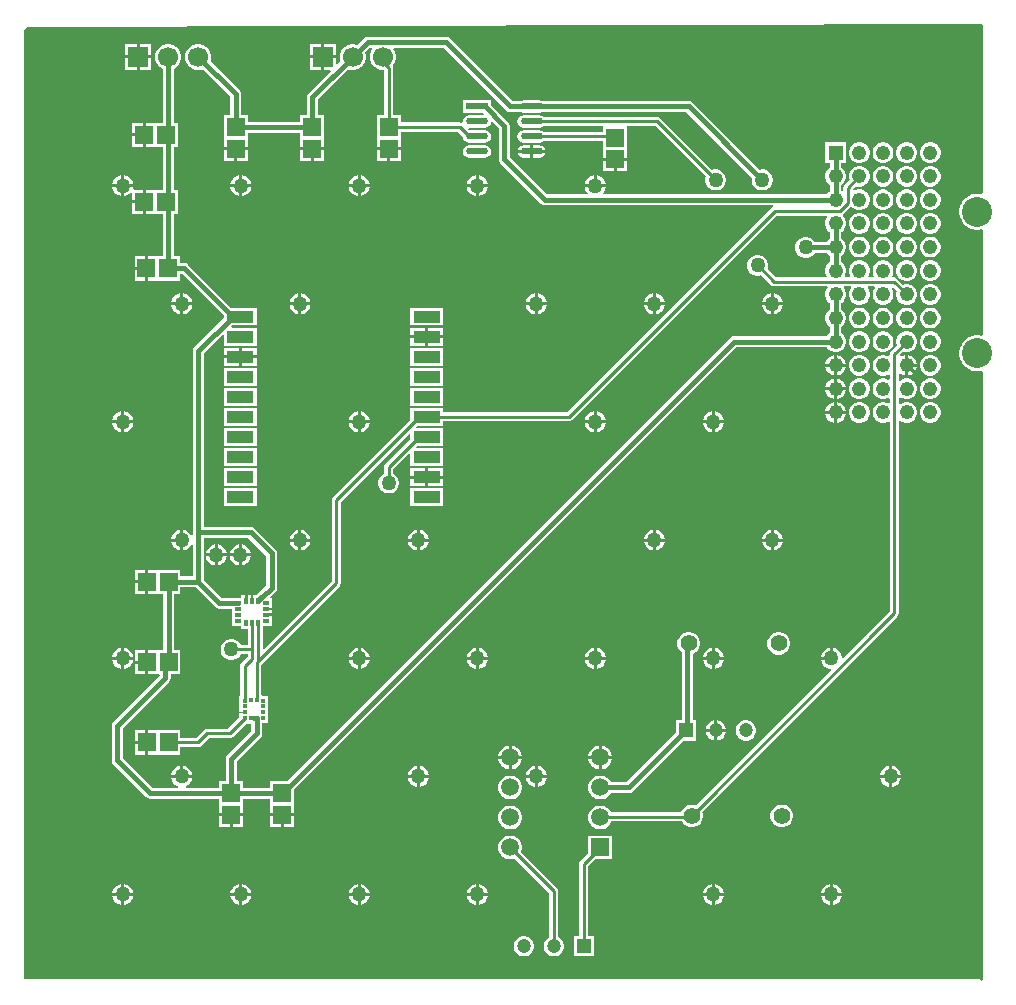
<source format=gtl>
G04*
G04 #@! TF.GenerationSoftware,Altium Limited,Altium Designer,22.10.1 (41)*
G04*
G04 Layer_Physical_Order=1*
G04 Layer_Color=255*
%FSLAX44Y44*%
%MOMM*%
G71*
G04*
G04 #@! TF.SameCoordinates,BBA1CDE9-E941-4060-8147-212A69EDE18F*
G04*
G04*
G04 #@! TF.FilePolarity,Positive*
G04*
G01*
G75*
%ADD14C,0.2540*%
%ADD16R,1.5000X1.5500*%
%ADD17R,2.3000X1.0000*%
G04:AMPARAMS|DCode=18|XSize=1.8741mm|YSize=0.5421mm|CornerRadius=0.2711mm|HoleSize=0mm|Usage=FLASHONLY|Rotation=0.000|XOffset=0mm|YOffset=0mm|HoleType=Round|Shape=RoundedRectangle|*
%AMROUNDEDRECTD18*
21,1,1.8741,0.0000,0,0,0.0*
21,1,1.3319,0.5421,0,0,0.0*
1,1,0.5421,0.6660,0.0000*
1,1,0.5421,-0.6660,0.0000*
1,1,0.5421,-0.6660,0.0000*
1,1,0.5421,0.6660,0.0000*
%
%ADD18ROUNDEDRECTD18*%
%ADD19R,1.8741X0.5421*%
%ADD20R,1.5500X1.5000*%
%ADD21R,0.3500X0.5750*%
%ADD22R,0.5750X0.3500*%
%ADD23R,0.3500X0.3750*%
%ADD24R,0.3750X0.3500*%
%ADD30C,1.2000*%
%ADD31R,1.2000X1.2000*%
%ADD39C,0.4064*%
%ADD40C,0.2340*%
%ADD41C,0.4070*%
%ADD42R,1.2430X1.2430*%
%ADD43C,1.2430*%
%ADD44R,1.5000X1.5000*%
%ADD45C,1.5000*%
%ADD46C,1.4000*%
%ADD47C,1.7000*%
%ADD48R,1.7000X1.7000*%
%ADD49C,1.2700*%
%ADD50C,2.5400*%
G36*
X828040Y836031D02*
Y693968D01*
X826770Y692926D01*
X825091Y693260D01*
X822089D01*
X819145Y692674D01*
X816371Y691525D01*
X813875Y689858D01*
X811752Y687735D01*
X810085Y685239D01*
X808936Y682465D01*
X808350Y679521D01*
Y676519D01*
X808936Y673575D01*
X810085Y670801D01*
X811752Y668305D01*
X813875Y666182D01*
X816371Y664514D01*
X819145Y663366D01*
X822089Y662780D01*
X825091D01*
X826770Y663114D01*
X828040Y662072D01*
Y573968D01*
X826770Y572926D01*
X825091Y573260D01*
X822089D01*
X819145Y572674D01*
X816371Y571525D01*
X813875Y569858D01*
X811752Y567735D01*
X810085Y565239D01*
X808936Y562465D01*
X808350Y559521D01*
Y556519D01*
X808936Y553575D01*
X810085Y550801D01*
X811752Y548305D01*
X813875Y546182D01*
X816371Y544515D01*
X819145Y543366D01*
X822089Y542780D01*
X825091D01*
X826770Y543114D01*
X828040Y542072D01*
Y27059D01*
X826867Y26573D01*
X825500Y27940D01*
X16510D01*
Y831850D01*
X19050Y834390D01*
X827141Y836927D01*
X828040Y836031D01*
D02*
G37*
%LPC*%
G36*
X373548Y826184D02*
X307172D01*
X305388Y825829D01*
X303876Y824818D01*
X298455Y819397D01*
X296094Y820030D01*
X293187D01*
X290379Y819278D01*
X287861Y817824D01*
X285806Y815769D01*
X284352Y813251D01*
X283600Y810443D01*
Y807537D01*
X284233Y805175D01*
X281453Y802396D01*
X280280Y802882D01*
Y807720D01*
X270510D01*
Y797950D01*
X275348D01*
X275834Y796777D01*
X257054Y777996D01*
X256043Y776484D01*
X255688Y774700D01*
Y759700D01*
X250060D01*
Y754322D01*
X205870D01*
Y759700D01*
X200242D01*
Y777240D01*
X199887Y779024D01*
X198876Y780536D01*
X174237Y805175D01*
X174870Y807537D01*
Y810443D01*
X174118Y813251D01*
X172664Y815769D01*
X170609Y817824D01*
X168091Y819278D01*
X165284Y820030D01*
X162377D01*
X159569Y819278D01*
X157051Y817824D01*
X154996Y815769D01*
X153542Y813251D01*
X152790Y810443D01*
Y807537D01*
X153542Y804729D01*
X154996Y802211D01*
X157051Y800156D01*
X159569Y798702D01*
X162377Y797950D01*
X165284D01*
X167645Y798583D01*
X190918Y775309D01*
Y759700D01*
X185290D01*
Y739620D01*
Y732430D01*
X205870D01*
Y739620D01*
Y744998D01*
X250060D01*
Y739620D01*
Y732430D01*
X270640D01*
Y739620D01*
Y759700D01*
X265012D01*
Y772769D01*
X290825Y798583D01*
X293187Y797950D01*
X296094D01*
X298901Y798702D01*
X301419Y800156D01*
X303474Y802211D01*
X304928Y804729D01*
X305680Y807537D01*
Y810443D01*
X305047Y812805D01*
X309103Y816860D01*
X310701D01*
X311103Y815590D01*
X309752Y813251D01*
X309000Y810443D01*
Y807537D01*
X309752Y804729D01*
X311206Y802211D01*
X313261Y800156D01*
X315779Y798702D01*
X318587Y797950D01*
X321235D01*
Y759700D01*
X314830D01*
Y739620D01*
Y732430D01*
X335410D01*
Y739620D01*
Y745775D01*
X383501D01*
X387771Y741505D01*
X388144Y739631D01*
X389304Y737895D01*
X391041Y736734D01*
X393090Y736327D01*
X406409D01*
X408458Y736734D01*
X410195Y737895D01*
X411355Y739631D01*
X411763Y741680D01*
X411355Y743729D01*
X410195Y745465D01*
X408458Y746626D01*
X406409Y747033D01*
X393230D01*
X392393Y747870D01*
X393019Y749041D01*
X393090Y749026D01*
X406409D01*
X408458Y749434D01*
X410195Y750594D01*
X411355Y752331D01*
X411589Y753507D01*
X412967Y753925D01*
X418245Y748647D01*
Y722630D01*
X418600Y720845D01*
X419612Y719332D01*
X454222Y684722D01*
X455735Y683710D01*
X457520Y683355D01*
X650676D01*
X650801Y682085D01*
X650392Y682004D01*
X649164Y681184D01*
X475953Y507973D01*
X371430D01*
Y511730D01*
X343350D01*
Y502000D01*
X278120Y436770D01*
X277300Y435543D01*
X277012Y434095D01*
Y365002D01*
X219486Y307476D01*
X218313Y307962D01*
Y324550D01*
X218840D01*
Y327300D01*
X226590D01*
Y332300D01*
Y335881D01*
X221175D01*
Y337860D01*
X226590D01*
Y340320D01*
X221175D01*
Y342299D01*
X226590D01*
Y342300D01*
Y350880D01*
X225467D01*
X224981Y352053D01*
X229356Y356429D01*
X230367Y357941D01*
X230722Y359725D01*
Y388620D01*
X230367Y390404D01*
X229356Y391916D01*
X211576Y409696D01*
X210064Y410707D01*
X208280Y411062D01*
X168492D01*
Y558199D01*
X184177Y573884D01*
X185350Y573398D01*
Y564650D01*
X213430D01*
Y579730D01*
X192074D01*
X191540Y580941D01*
X192108Y581650D01*
X213430D01*
Y596730D01*
X191943D01*
X155456Y633216D01*
X153944Y634227D01*
X152160Y634582D01*
X148470D01*
Y640210D01*
X143092D01*
Y676145D01*
X146650D01*
Y696725D01*
X143092D01*
Y732660D01*
X146650D01*
Y753240D01*
X143092D01*
Y798933D01*
X145209Y800156D01*
X147264Y802211D01*
X148718Y804729D01*
X149470Y807537D01*
Y810443D01*
X148718Y813251D01*
X147264Y815769D01*
X145209Y817824D01*
X142691Y819278D01*
X139883Y820030D01*
X136977D01*
X134169Y819278D01*
X131651Y817824D01*
X129596Y815769D01*
X128142Y813251D01*
X127390Y810443D01*
Y807537D01*
X128142Y804729D01*
X129596Y802211D01*
X131651Y800156D01*
X133769Y798933D01*
Y753240D01*
X119380D01*
Y742950D01*
Y732660D01*
X133769D01*
Y696725D01*
X119380D01*
Y686435D01*
X118110D01*
D01*
X119380D01*
Y676145D01*
X133769D01*
Y640210D01*
X121200D01*
Y629920D01*
Y619630D01*
X148470D01*
Y625258D01*
X150229D01*
X185350Y590138D01*
Y588242D01*
X160534Y563426D01*
X159523Y561914D01*
X159168Y560130D01*
Y407670D01*
Y404440D01*
X157898Y404100D01*
X157114Y405459D01*
X155459Y407114D01*
X153431Y408284D01*
X151270Y408863D01*
Y400000D01*
Y391137D01*
X153431Y391716D01*
X155459Y392886D01*
X157114Y394541D01*
X157898Y395900D01*
X159168Y395560D01*
Y369151D01*
X148830D01*
Y374780D01*
X121560D01*
Y364490D01*
Y354200D01*
X134128D01*
Y306835D01*
X121560D01*
Y296545D01*
Y286255D01*
X130852D01*
X131073Y284985D01*
X91954Y245866D01*
X90943Y244354D01*
X90588Y242570D01*
Y213360D01*
X90943Y211576D01*
X91954Y210064D01*
X119534Y182484D01*
X121046Y181473D01*
X122830Y181118D01*
X181480D01*
Y175740D01*
Y168550D01*
X202060D01*
Y175740D01*
Y181118D01*
X224660D01*
Y175740D01*
Y168550D01*
X245240D01*
Y175740D01*
Y189228D01*
X619371Y563358D01*
X696172D01*
X696584Y562644D01*
X698214Y561014D01*
X700211Y559862D01*
X702437Y559265D01*
X704743D01*
X706969Y559862D01*
X708966Y561014D01*
X710596Y562644D01*
X711748Y564641D01*
X712345Y566867D01*
Y569173D01*
X711748Y571399D01*
X710596Y573396D01*
X708966Y575026D01*
X708252Y575438D01*
Y580602D01*
X708966Y581014D01*
X710596Y582644D01*
X711748Y584641D01*
X712345Y586867D01*
Y589173D01*
X711748Y591399D01*
X710596Y593396D01*
X708966Y595026D01*
X708252Y595438D01*
Y600602D01*
X708966Y601014D01*
X710596Y602644D01*
X711748Y604641D01*
X712345Y606867D01*
Y609173D01*
X711748Y611399D01*
X710596Y613396D01*
X710514Y613477D01*
X711000Y614650D01*
X716180D01*
X716666Y613477D01*
X716584Y613396D01*
X715432Y611399D01*
X714835Y609173D01*
Y606867D01*
X715432Y604641D01*
X716584Y602644D01*
X718214Y601014D01*
X720211Y599862D01*
X722437Y599265D01*
X724743D01*
X726969Y599862D01*
X728966Y601014D01*
X730596Y602644D01*
X731748Y604641D01*
X732345Y606867D01*
Y609173D01*
X731748Y611399D01*
X730596Y613396D01*
X730514Y613477D01*
X731000Y614650D01*
X736180D01*
X736666Y613477D01*
X736584Y613396D01*
X735432Y611399D01*
X734835Y609173D01*
Y606867D01*
X735432Y604641D01*
X736584Y602644D01*
X738214Y601014D01*
X740211Y599862D01*
X742437Y599265D01*
X744743D01*
X746969Y599862D01*
X748966Y601014D01*
X750596Y602644D01*
X751748Y604641D01*
X752345Y606867D01*
Y609173D01*
X751748Y611399D01*
X751105Y612513D01*
X751750Y613936D01*
X752109Y614007D01*
X755281Y610836D01*
X754835Y609173D01*
Y606867D01*
X755432Y604641D01*
X756584Y602644D01*
X758214Y601014D01*
X760211Y599862D01*
X762437Y599265D01*
X764743D01*
X766969Y599862D01*
X768966Y601014D01*
X770596Y602644D01*
X771748Y604641D01*
X772345Y606867D01*
Y609173D01*
X771748Y611399D01*
X770596Y613396D01*
X768966Y615026D01*
X766969Y616178D01*
X764743Y616775D01*
X762437D01*
X760774Y616329D01*
X755822Y621282D01*
X754562Y622124D01*
X753075Y622420D01*
X751933D01*
X751199Y623690D01*
X751748Y624641D01*
X752345Y626867D01*
Y629173D01*
X751748Y631399D01*
X750596Y633396D01*
X748966Y635026D01*
X746969Y636178D01*
X744743Y636775D01*
X742437D01*
X740211Y636178D01*
X738214Y635026D01*
X736584Y633396D01*
X735432Y631399D01*
X734835Y629173D01*
Y626867D01*
X735432Y624641D01*
X735981Y623690D01*
X735247Y622420D01*
X731933D01*
X731199Y623690D01*
X731748Y624641D01*
X732345Y626867D01*
Y629173D01*
X731748Y631399D01*
X730596Y633396D01*
X728966Y635026D01*
X726969Y636178D01*
X724743Y636775D01*
X722437D01*
X720211Y636178D01*
X718214Y635026D01*
X716584Y633396D01*
X715432Y631399D01*
X714835Y629173D01*
Y626867D01*
X715432Y624641D01*
X715981Y623690D01*
X715247Y622420D01*
X711933D01*
X711199Y623690D01*
X711748Y624641D01*
X712345Y626867D01*
Y629173D01*
X711748Y631399D01*
X710596Y633396D01*
X708966Y635026D01*
X708252Y635438D01*
Y640602D01*
X708966Y641014D01*
X710596Y642644D01*
X711748Y644641D01*
X712345Y646867D01*
Y649173D01*
X711748Y651399D01*
X710596Y653396D01*
X708966Y655026D01*
X708252Y655438D01*
Y660602D01*
X708966Y661014D01*
X710596Y662644D01*
X711748Y664641D01*
X712345Y666867D01*
Y669173D01*
X711748Y671399D01*
X710596Y673396D01*
X709821Y674170D01*
X709982Y675805D01*
X710026Y675834D01*
X716628Y682436D01*
X716778Y682451D01*
X718214Y681014D01*
X720211Y679862D01*
X722437Y679265D01*
X724743D01*
X726969Y679862D01*
X728966Y681014D01*
X730596Y682644D01*
X731748Y684641D01*
X732345Y686867D01*
Y689173D01*
X731748Y691399D01*
X730596Y693396D01*
X728966Y695026D01*
X726969Y696178D01*
X724743Y696775D01*
X722437D01*
X720211Y696178D01*
X719642Y695850D01*
X718336Y696537D01*
X718251Y697332D01*
X720661Y699741D01*
X722437Y699265D01*
X724743D01*
X726969Y699862D01*
X728966Y701014D01*
X730596Y702644D01*
X731748Y704641D01*
X732345Y706867D01*
Y709173D01*
X731748Y711399D01*
X730596Y713396D01*
X728966Y715026D01*
X726969Y716178D01*
X724743Y716775D01*
X722437D01*
X720211Y716178D01*
X718214Y715026D01*
X716584Y713396D01*
X715432Y711399D01*
X714835Y709173D01*
Y706867D01*
X715311Y705091D01*
X711279Y701058D01*
X710459Y699831D01*
X710171Y698383D01*
Y696223D01*
X708901Y695576D01*
X708255Y696045D01*
Y700604D01*
X708966Y701014D01*
X710596Y702644D01*
X711748Y704641D01*
X712345Y706867D01*
Y709173D01*
X711748Y711399D01*
X710596Y713396D01*
X708966Y715026D01*
X708255Y715436D01*
Y719265D01*
X712345D01*
Y736775D01*
X694835D01*
Y719265D01*
X698925D01*
Y715436D01*
X698214Y715026D01*
X696584Y713396D01*
X695432Y711399D01*
X694835Y709173D01*
Y706867D01*
X695432Y704641D01*
X696584Y702644D01*
X698214Y701014D01*
X698925Y700604D01*
Y695436D01*
X698214Y695026D01*
X696584Y693396D01*
X696174Y692685D01*
X507053D01*
X506527Y693955D01*
X507114Y694541D01*
X508284Y696569D01*
X508863Y698730D01*
X491137D01*
X491716Y696569D01*
X492886Y694541D01*
X493473Y693955D01*
X492947Y692685D01*
X459452D01*
X427575Y724562D01*
Y750579D01*
X427220Y752364D01*
X426208Y753877D01*
X411660Y768426D01*
Y772331D01*
X387839D01*
Y761829D01*
X405055D01*
X405838Y760880D01*
X405363Y759734D01*
X393090D01*
X391041Y759326D01*
X389304Y758166D01*
X388144Y756429D01*
X387736Y754380D01*
X387820Y753959D01*
X386677Y753195D01*
X386596Y753249D01*
X385110Y753545D01*
X335410D01*
Y759700D01*
X329005D01*
Y799997D01*
X328709Y801484D01*
X328484Y801821D01*
X328874Y802211D01*
X330328Y804729D01*
X331080Y807537D01*
Y810443D01*
X330328Y813251D01*
X328977Y815590D01*
X329379Y816860D01*
X371617D01*
X424694Y763784D01*
X426206Y762773D01*
X427990Y762418D01*
X436937D01*
X437362Y762134D01*
X439411Y761727D01*
X452730D01*
X454779Y762134D01*
X455205Y762418D01*
X577189D01*
X632698Y706909D01*
X632460Y706020D01*
Y703680D01*
X633066Y701419D01*
X634236Y699391D01*
X635891Y697736D01*
X637919Y696566D01*
X640180Y695960D01*
X642520D01*
X644781Y696566D01*
X646809Y697736D01*
X648464Y699391D01*
X649634Y701419D01*
X650240Y703680D01*
Y706020D01*
X649634Y708281D01*
X648464Y710309D01*
X646809Y711964D01*
X644781Y713134D01*
X642520Y713740D01*
X640180D01*
X639291Y713502D01*
X582416Y770376D01*
X580904Y771387D01*
X579120Y771742D01*
X455205D01*
X454779Y772026D01*
X452730Y772433D01*
X439411D01*
X437362Y772026D01*
X436937Y771742D01*
X429921D01*
X376844Y824818D01*
X375332Y825829D01*
X375036Y825888D01*
X373548Y826184D01*
D02*
G37*
G36*
X280280Y820030D02*
X270510D01*
Y810260D01*
X280280D01*
Y820030D01*
D02*
G37*
G36*
X267970D02*
X258200D01*
Y810260D01*
X267970D01*
Y820030D01*
D02*
G37*
G36*
X124070D02*
X114300D01*
Y810260D01*
X124070D01*
Y820030D01*
D02*
G37*
G36*
X111760D02*
X101990D01*
Y810260D01*
X111760D01*
Y820030D01*
D02*
G37*
G36*
X267970Y807720D02*
X258200D01*
Y797950D01*
X267970D01*
Y807720D01*
D02*
G37*
G36*
X124070D02*
X114300D01*
Y797950D01*
X124070D01*
Y807720D01*
D02*
G37*
G36*
X111760D02*
X101990D01*
Y797950D01*
X111760D01*
Y807720D01*
D02*
G37*
G36*
X116840Y753240D02*
X108070D01*
Y744220D01*
X116840D01*
Y753240D01*
D02*
G37*
G36*
Y741680D02*
X108070D01*
Y732660D01*
X116840D01*
Y741680D01*
D02*
G37*
G36*
X452730Y734333D02*
X447341D01*
Y730250D01*
X457831D01*
X457676Y731029D01*
X456516Y732766D01*
X454779Y733926D01*
X452730Y734333D01*
D02*
G37*
G36*
X444801D02*
X439411D01*
X437362Y733926D01*
X435625Y732766D01*
X434465Y731029D01*
X434310Y730250D01*
X444801D01*
Y734333D01*
D02*
G37*
G36*
X457831Y727710D02*
X447341D01*
Y723626D01*
X452730D01*
X454779Y724034D01*
X456516Y725194D01*
X457676Y726931D01*
X457831Y727710D01*
D02*
G37*
G36*
X444801D02*
X434310D01*
X434465Y726931D01*
X435625Y725194D01*
X437362Y724034D01*
X439411Y723626D01*
X444801D01*
Y727710D01*
D02*
G37*
G36*
X406409Y734333D02*
X393090D01*
X391041Y733926D01*
X389304Y732766D01*
X388144Y731029D01*
X387736Y728980D01*
X388144Y726931D01*
X389304Y725194D01*
X391041Y724034D01*
X393090Y723626D01*
X406409D01*
X408458Y724034D01*
X410195Y725194D01*
X411355Y726931D01*
X411763Y728980D01*
X411355Y731029D01*
X410195Y732766D01*
X408458Y733926D01*
X406409Y734333D01*
D02*
G37*
G36*
X335410Y729890D02*
X326390D01*
Y721120D01*
X335410D01*
Y729890D01*
D02*
G37*
G36*
X323850D02*
X314830D01*
Y721120D01*
X323850D01*
Y729890D01*
D02*
G37*
G36*
X270640D02*
X261620D01*
Y721120D01*
X270640D01*
Y729890D01*
D02*
G37*
G36*
X259080D02*
X250060D01*
Y721120D01*
X259080D01*
Y729890D01*
D02*
G37*
G36*
X205870D02*
X196850D01*
Y721120D01*
X205870D01*
Y729890D01*
D02*
G37*
G36*
X194310D02*
X185290D01*
Y721120D01*
X194310D01*
Y729890D01*
D02*
G37*
G36*
X784743Y736775D02*
X782437D01*
X780211Y736178D01*
X778214Y735026D01*
X776584Y733396D01*
X775432Y731399D01*
X774835Y729173D01*
Y726867D01*
X775432Y724641D01*
X776584Y722644D01*
X778214Y721014D01*
X780211Y719862D01*
X782437Y719265D01*
X784743D01*
X786969Y719862D01*
X788966Y721014D01*
X790596Y722644D01*
X791748Y724641D01*
X792345Y726867D01*
Y729173D01*
X791748Y731399D01*
X790596Y733396D01*
X788966Y735026D01*
X786969Y736178D01*
X784743Y736775D01*
D02*
G37*
G36*
X764743D02*
X762437D01*
X760211Y736178D01*
X758214Y735026D01*
X756584Y733396D01*
X755432Y731399D01*
X754835Y729173D01*
Y726867D01*
X755432Y724641D01*
X756584Y722644D01*
X758214Y721014D01*
X760211Y719862D01*
X762437Y719265D01*
X764743D01*
X766969Y719862D01*
X768966Y721014D01*
X770596Y722644D01*
X771748Y724641D01*
X772345Y726867D01*
Y729173D01*
X771748Y731399D01*
X770596Y733396D01*
X768966Y735026D01*
X766969Y736178D01*
X764743Y736775D01*
D02*
G37*
G36*
X744743D02*
X742437D01*
X740211Y736178D01*
X738214Y735026D01*
X736584Y733396D01*
X735432Y731399D01*
X734835Y729173D01*
Y726867D01*
X735432Y724641D01*
X736584Y722644D01*
X738214Y721014D01*
X740211Y719862D01*
X742437Y719265D01*
X744743D01*
X746969Y719862D01*
X748966Y721014D01*
X750596Y722644D01*
X751748Y724641D01*
X752345Y726867D01*
Y729173D01*
X751748Y731399D01*
X750596Y733396D01*
X748966Y735026D01*
X746969Y736178D01*
X744743Y736775D01*
D02*
G37*
G36*
X724743D02*
X722437D01*
X720211Y736178D01*
X718214Y735026D01*
X716584Y733396D01*
X715432Y731399D01*
X714835Y729173D01*
Y726867D01*
X715432Y724641D01*
X716584Y722644D01*
X718214Y721014D01*
X720211Y719862D01*
X722437Y719265D01*
X724743D01*
X726969Y719862D01*
X728966Y721014D01*
X730596Y722644D01*
X731748Y724641D01*
X732345Y726867D01*
Y729173D01*
X731748Y731399D01*
X730596Y733396D01*
X728966Y735026D01*
X726969Y736178D01*
X724743Y736775D01*
D02*
G37*
G36*
X527180Y721000D02*
X518160D01*
Y712230D01*
X527180D01*
Y721000D01*
D02*
G37*
G36*
X515620D02*
X506600D01*
Y712230D01*
X515620D01*
Y721000D01*
D02*
G37*
G36*
X501270Y708863D02*
Y701270D01*
X508863D01*
X508284Y703431D01*
X507114Y705459D01*
X505459Y707114D01*
X503431Y708284D01*
X501270Y708863D01*
D02*
G37*
G36*
X498730D02*
X496569Y708284D01*
X494541Y707114D01*
X492886Y705459D01*
X491716Y703431D01*
X491137Y701270D01*
X498730D01*
Y708863D01*
D02*
G37*
G36*
X401270D02*
Y701270D01*
X408863D01*
X408284Y703431D01*
X407114Y705459D01*
X405459Y707114D01*
X403431Y708284D01*
X401270Y708863D01*
D02*
G37*
G36*
X398730D02*
X396569Y708284D01*
X394541Y707114D01*
X392886Y705459D01*
X391716Y703431D01*
X391137Y701270D01*
X398730D01*
Y708863D01*
D02*
G37*
G36*
X301270D02*
Y701270D01*
X308863D01*
X308284Y703431D01*
X307114Y705459D01*
X305459Y707114D01*
X303431Y708284D01*
X301270Y708863D01*
D02*
G37*
G36*
X298730D02*
X296569Y708284D01*
X294541Y707114D01*
X292886Y705459D01*
X291716Y703431D01*
X291137Y701270D01*
X298730D01*
Y708863D01*
D02*
G37*
G36*
X201270D02*
Y701270D01*
X208863D01*
X208284Y703431D01*
X207114Y705459D01*
X205459Y707114D01*
X203431Y708284D01*
X201270Y708863D01*
D02*
G37*
G36*
X198730D02*
X196569Y708284D01*
X194541Y707114D01*
X192886Y705459D01*
X191716Y703431D01*
X191137Y701270D01*
X198730D01*
Y708863D01*
D02*
G37*
G36*
X101270D02*
Y701270D01*
X108863D01*
X108284Y703431D01*
X107114Y705459D01*
X105459Y707114D01*
X103431Y708284D01*
X101270Y708863D01*
D02*
G37*
G36*
X98730D02*
X96569Y708284D01*
X94541Y707114D01*
X92886Y705459D01*
X91716Y703431D01*
X91137Y701270D01*
X98730D01*
Y708863D01*
D02*
G37*
G36*
X784743Y716775D02*
X782437D01*
X780211Y716178D01*
X778214Y715026D01*
X776584Y713396D01*
X775432Y711399D01*
X774835Y709173D01*
Y706867D01*
X775432Y704641D01*
X776584Y702644D01*
X778214Y701014D01*
X780211Y699862D01*
X782437Y699265D01*
X784743D01*
X786969Y699862D01*
X788966Y701014D01*
X790596Y702644D01*
X791748Y704641D01*
X792345Y706867D01*
Y709173D01*
X791748Y711399D01*
X790596Y713396D01*
X788966Y715026D01*
X786969Y716178D01*
X784743Y716775D01*
D02*
G37*
G36*
X764743D02*
X762437D01*
X760211Y716178D01*
X758214Y715026D01*
X756584Y713396D01*
X755432Y711399D01*
X754835Y709173D01*
Y706867D01*
X755432Y704641D01*
X756584Y702644D01*
X758214Y701014D01*
X760211Y699862D01*
X762437Y699265D01*
X764743D01*
X766969Y699862D01*
X768966Y701014D01*
X770596Y702644D01*
X771748Y704641D01*
X772345Y706867D01*
Y709173D01*
X771748Y711399D01*
X770596Y713396D01*
X768966Y715026D01*
X766969Y716178D01*
X764743Y716775D01*
D02*
G37*
G36*
X744743D02*
X742437D01*
X740211Y716178D01*
X738214Y715026D01*
X736584Y713396D01*
X735432Y711399D01*
X734835Y709173D01*
Y706867D01*
X735432Y704641D01*
X736584Y702644D01*
X738214Y701014D01*
X740211Y699862D01*
X742437Y699265D01*
X744743D01*
X746969Y699862D01*
X748966Y701014D01*
X750596Y702644D01*
X751748Y704641D01*
X752345Y706867D01*
Y709173D01*
X751748Y711399D01*
X750596Y713396D01*
X748966Y715026D01*
X746969Y716178D01*
X744743Y716775D01*
D02*
G37*
G36*
X452730Y759734D02*
X439411D01*
X437362Y759326D01*
X435625Y758166D01*
X434465Y756429D01*
X434058Y754380D01*
X434465Y752331D01*
X435625Y750594D01*
X437362Y749434D01*
X439411Y749026D01*
X452730D01*
X454779Y749434D01*
X456367Y750495D01*
X506600D01*
Y745565D01*
X456367D01*
X454779Y746626D01*
X452730Y747033D01*
X439411D01*
X437362Y746626D01*
X435625Y745465D01*
X434465Y743729D01*
X434058Y741680D01*
X434465Y739631D01*
X435625Y737895D01*
X437362Y736734D01*
X439411Y736327D01*
X452730D01*
X454779Y736734D01*
X456367Y737795D01*
X506600D01*
Y730730D01*
Y723540D01*
X527180D01*
Y730730D01*
Y750495D01*
X550841D01*
X593560Y707776D01*
X593090Y706020D01*
Y703680D01*
X593696Y701419D01*
X594866Y699391D01*
X596521Y697736D01*
X598549Y696566D01*
X600810Y695960D01*
X603150D01*
X605411Y696566D01*
X607439Y697736D01*
X609094Y699391D01*
X610264Y701419D01*
X610870Y703680D01*
Y706020D01*
X610264Y708281D01*
X609094Y710309D01*
X607439Y711964D01*
X605411Y713134D01*
X603150Y713740D01*
X600810D01*
X599054Y713270D01*
X555197Y757127D01*
X553937Y757969D01*
X552450Y758265D01*
X456367D01*
X454779Y759326D01*
X452730Y759734D01*
D02*
G37*
G36*
X408863Y698730D02*
X401270D01*
Y691137D01*
X403431Y691716D01*
X405459Y692886D01*
X407114Y694541D01*
X408284Y696569D01*
X408863Y698730D01*
D02*
G37*
G36*
X398730D02*
X391137D01*
X391716Y696569D01*
X392886Y694541D01*
X394541Y692886D01*
X396569Y691716D01*
X398730Y691137D01*
Y698730D01*
D02*
G37*
G36*
X308863D02*
X301270D01*
Y691137D01*
X303431Y691716D01*
X305459Y692886D01*
X307114Y694541D01*
X308284Y696569D01*
X308863Y698730D01*
D02*
G37*
G36*
X298730D02*
X291137D01*
X291716Y696569D01*
X292886Y694541D01*
X294541Y692886D01*
X296569Y691716D01*
X298730Y691137D01*
Y698730D01*
D02*
G37*
G36*
X208863D02*
X201270D01*
Y691137D01*
X203431Y691716D01*
X205459Y692886D01*
X207114Y694541D01*
X208284Y696569D01*
X208863Y698730D01*
D02*
G37*
G36*
X198730D02*
X191137D01*
X191716Y696569D01*
X192886Y694541D01*
X194541Y692886D01*
X196569Y691716D01*
X198730Y691137D01*
Y698730D01*
D02*
G37*
G36*
X98730D02*
X91137D01*
X91716Y696569D01*
X92886Y694541D01*
X94541Y692886D01*
X96569Y691716D01*
X98730Y691137D01*
Y698730D01*
D02*
G37*
G36*
X108863D02*
X101270D01*
Y691137D01*
X103431Y691716D01*
X105459Y692886D01*
X106800Y694228D01*
X108070Y693784D01*
Y687705D01*
X116840D01*
Y696725D01*
X109369D01*
X108596Y697733D01*
X108863Y698730D01*
D02*
G37*
G36*
X784743Y696775D02*
X782437D01*
X780211Y696178D01*
X778214Y695026D01*
X776584Y693396D01*
X775432Y691399D01*
X774835Y689173D01*
Y686867D01*
X775432Y684641D01*
X776584Y682644D01*
X778214Y681014D01*
X780211Y679862D01*
X782437Y679265D01*
X784743D01*
X786969Y679862D01*
X788966Y681014D01*
X790596Y682644D01*
X791748Y684641D01*
X792345Y686867D01*
Y689173D01*
X791748Y691399D01*
X790596Y693396D01*
X788966Y695026D01*
X786969Y696178D01*
X784743Y696775D01*
D02*
G37*
G36*
X764743D02*
X762437D01*
X760211Y696178D01*
X758214Y695026D01*
X756584Y693396D01*
X755432Y691399D01*
X754835Y689173D01*
Y686867D01*
X755432Y684641D01*
X756584Y682644D01*
X758214Y681014D01*
X760211Y679862D01*
X762437Y679265D01*
X764743D01*
X766969Y679862D01*
X768966Y681014D01*
X770596Y682644D01*
X771748Y684641D01*
X772345Y686867D01*
Y689173D01*
X771748Y691399D01*
X770596Y693396D01*
X768966Y695026D01*
X766969Y696178D01*
X764743Y696775D01*
D02*
G37*
G36*
X744743D02*
X742437D01*
X740211Y696178D01*
X738214Y695026D01*
X736584Y693396D01*
X735432Y691399D01*
X734835Y689173D01*
Y686867D01*
X735432Y684641D01*
X736584Y682644D01*
X738214Y681014D01*
X740211Y679862D01*
X742437Y679265D01*
X744743D01*
X746969Y679862D01*
X748966Y681014D01*
X750596Y682644D01*
X751748Y684641D01*
X752345Y686867D01*
Y689173D01*
X751748Y691399D01*
X750596Y693396D01*
X748966Y695026D01*
X746969Y696178D01*
X744743Y696775D01*
D02*
G37*
G36*
X116840Y685165D02*
X108070D01*
Y676145D01*
X116840D01*
Y685165D01*
D02*
G37*
G36*
X784743Y676775D02*
X782437D01*
X780211Y676178D01*
X778214Y675026D01*
X776584Y673396D01*
X775432Y671399D01*
X774835Y669173D01*
Y666867D01*
X775432Y664641D01*
X776584Y662644D01*
X778214Y661014D01*
X780211Y659862D01*
X782437Y659265D01*
X784743D01*
X786969Y659862D01*
X788966Y661014D01*
X790596Y662644D01*
X791748Y664641D01*
X792345Y666867D01*
Y669173D01*
X791748Y671399D01*
X790596Y673396D01*
X788966Y675026D01*
X786969Y676178D01*
X784743Y676775D01*
D02*
G37*
G36*
X764743D02*
X762437D01*
X760211Y676178D01*
X758214Y675026D01*
X756584Y673396D01*
X755432Y671399D01*
X754835Y669173D01*
Y666867D01*
X755432Y664641D01*
X756584Y662644D01*
X758214Y661014D01*
X760211Y659862D01*
X762437Y659265D01*
X764743D01*
X766969Y659862D01*
X768966Y661014D01*
X770596Y662644D01*
X771748Y664641D01*
X772345Y666867D01*
Y669173D01*
X771748Y671399D01*
X770596Y673396D01*
X768966Y675026D01*
X766969Y676178D01*
X764743Y676775D01*
D02*
G37*
G36*
X744743D02*
X742437D01*
X740211Y676178D01*
X738214Y675026D01*
X736584Y673396D01*
X735432Y671399D01*
X734835Y669173D01*
Y666867D01*
X735432Y664641D01*
X736584Y662644D01*
X738214Y661014D01*
X740211Y659862D01*
X742437Y659265D01*
X744743D01*
X746969Y659862D01*
X748966Y661014D01*
X750596Y662644D01*
X751748Y664641D01*
X752345Y666867D01*
Y669173D01*
X751748Y671399D01*
X750596Y673396D01*
X748966Y675026D01*
X746969Y676178D01*
X744743Y676775D01*
D02*
G37*
G36*
X724743D02*
X722437D01*
X720211Y676178D01*
X718214Y675026D01*
X716584Y673396D01*
X715432Y671399D01*
X714835Y669173D01*
Y666867D01*
X715432Y664641D01*
X716584Y662644D01*
X718214Y661014D01*
X720211Y659862D01*
X722437Y659265D01*
X724743D01*
X726969Y659862D01*
X728966Y661014D01*
X730596Y662644D01*
X731748Y664641D01*
X732345Y666867D01*
Y669173D01*
X731748Y671399D01*
X730596Y673396D01*
X728966Y675026D01*
X726969Y676178D01*
X724743Y676775D01*
D02*
G37*
G36*
X784743Y656775D02*
X782437D01*
X780211Y656178D01*
X778214Y655026D01*
X776584Y653396D01*
X775432Y651399D01*
X774835Y649173D01*
Y646867D01*
X775432Y644641D01*
X776584Y642644D01*
X778214Y641014D01*
X780211Y639862D01*
X782437Y639265D01*
X784743D01*
X786969Y639862D01*
X788966Y641014D01*
X790596Y642644D01*
X791748Y644641D01*
X792345Y646867D01*
Y649173D01*
X791748Y651399D01*
X790596Y653396D01*
X788966Y655026D01*
X786969Y656178D01*
X784743Y656775D01*
D02*
G37*
G36*
X764743D02*
X762437D01*
X760211Y656178D01*
X758214Y655026D01*
X756584Y653396D01*
X755432Y651399D01*
X754835Y649173D01*
Y646867D01*
X755432Y644641D01*
X756584Y642644D01*
X758214Y641014D01*
X760211Y639862D01*
X762437Y639265D01*
X764743D01*
X766969Y639862D01*
X768966Y641014D01*
X770596Y642644D01*
X771748Y644641D01*
X772345Y646867D01*
Y649173D01*
X771748Y651399D01*
X770596Y653396D01*
X768966Y655026D01*
X766969Y656178D01*
X764743Y656775D01*
D02*
G37*
G36*
X744743D02*
X742437D01*
X740211Y656178D01*
X738214Y655026D01*
X736584Y653396D01*
X735432Y651399D01*
X734835Y649173D01*
Y646867D01*
X735432Y644641D01*
X736584Y642644D01*
X738214Y641014D01*
X740211Y639862D01*
X742437Y639265D01*
X744743D01*
X746969Y639862D01*
X748966Y641014D01*
X750596Y642644D01*
X751748Y644641D01*
X752345Y646867D01*
Y649173D01*
X751748Y651399D01*
X750596Y653396D01*
X748966Y655026D01*
X746969Y656178D01*
X744743Y656775D01*
D02*
G37*
G36*
X724743D02*
X722437D01*
X720211Y656178D01*
X718214Y655026D01*
X716584Y653396D01*
X715432Y651399D01*
X714835Y649173D01*
Y646867D01*
X715432Y644641D01*
X716584Y642644D01*
X718214Y641014D01*
X720211Y639862D01*
X722437Y639265D01*
X724743D01*
X726969Y639862D01*
X728966Y641014D01*
X730596Y642644D01*
X731748Y644641D01*
X732345Y646867D01*
Y649173D01*
X731748Y651399D01*
X730596Y653396D01*
X728966Y655026D01*
X726969Y656178D01*
X724743Y656775D01*
D02*
G37*
G36*
X118660Y640210D02*
X109890D01*
Y631190D01*
X118660D01*
Y640210D01*
D02*
G37*
G36*
Y628650D02*
X109890D01*
Y619630D01*
X118660D01*
Y628650D01*
D02*
G37*
G36*
X784743Y636775D02*
X782437D01*
X780211Y636178D01*
X778214Y635026D01*
X776584Y633396D01*
X775432Y631399D01*
X774835Y629173D01*
Y626867D01*
X775432Y624641D01*
X776584Y622644D01*
X778214Y621014D01*
X780211Y619862D01*
X782437Y619265D01*
X784743D01*
X786969Y619862D01*
X788966Y621014D01*
X790596Y622644D01*
X791748Y624641D01*
X792345Y626867D01*
Y629173D01*
X791748Y631399D01*
X790596Y633396D01*
X788966Y635026D01*
X786969Y636178D01*
X784743Y636775D01*
D02*
G37*
G36*
X764743D02*
X762437D01*
X760211Y636178D01*
X758214Y635026D01*
X756584Y633396D01*
X755432Y631399D01*
X754835Y629173D01*
Y626867D01*
X755432Y624641D01*
X756584Y622644D01*
X758214Y621014D01*
X760211Y619862D01*
X762437Y619265D01*
X764743D01*
X766969Y619862D01*
X768966Y621014D01*
X770596Y622644D01*
X771748Y624641D01*
X772345Y626867D01*
Y629173D01*
X771748Y631399D01*
X770596Y633396D01*
X768966Y635026D01*
X766969Y636178D01*
X764743Y636775D01*
D02*
G37*
G36*
X551270Y608863D02*
Y601270D01*
X558863D01*
X558284Y603431D01*
X557114Y605459D01*
X555459Y607114D01*
X553431Y608284D01*
X551270Y608863D01*
D02*
G37*
G36*
X548730D02*
X546569Y608284D01*
X544541Y607114D01*
X542886Y605459D01*
X541716Y603431D01*
X541137Y601270D01*
X548730D01*
Y608863D01*
D02*
G37*
G36*
X451270D02*
Y601270D01*
X458863D01*
X458284Y603431D01*
X457114Y605459D01*
X455459Y607114D01*
X453431Y608284D01*
X451270Y608863D01*
D02*
G37*
G36*
X448730D02*
X446569Y608284D01*
X444541Y607114D01*
X442886Y605459D01*
X441716Y603431D01*
X441137Y601270D01*
X448730D01*
Y608863D01*
D02*
G37*
G36*
X251270D02*
Y601270D01*
X258863D01*
X258284Y603431D01*
X257114Y605459D01*
X255459Y607114D01*
X253431Y608284D01*
X251270Y608863D01*
D02*
G37*
G36*
X248730D02*
X246569Y608284D01*
X244541Y607114D01*
X242886Y605459D01*
X241716Y603431D01*
X241137Y601270D01*
X248730D01*
Y608863D01*
D02*
G37*
G36*
X151270D02*
Y601270D01*
X158863D01*
X158284Y603431D01*
X157114Y605459D01*
X155459Y607114D01*
X153431Y608284D01*
X151270Y608863D01*
D02*
G37*
G36*
X148730D02*
X146569Y608284D01*
X144541Y607114D01*
X142886Y605459D01*
X141716Y603431D01*
X141137Y601270D01*
X148730D01*
Y608863D01*
D02*
G37*
G36*
X784743Y616775D02*
X782437D01*
X780211Y616178D01*
X778214Y615026D01*
X776584Y613396D01*
X775432Y611399D01*
X774835Y609173D01*
Y606867D01*
X775432Y604641D01*
X776584Y602644D01*
X778214Y601014D01*
X780211Y599862D01*
X782437Y599265D01*
X784743D01*
X786969Y599862D01*
X788966Y601014D01*
X790596Y602644D01*
X791748Y604641D01*
X792345Y606867D01*
Y609173D01*
X791748Y611399D01*
X790596Y613396D01*
X788966Y615026D01*
X786969Y616178D01*
X784743Y616775D01*
D02*
G37*
G36*
X558863Y598730D02*
X551270D01*
Y591137D01*
X553431Y591716D01*
X555459Y592886D01*
X557114Y594541D01*
X558284Y596569D01*
X558863Y598730D01*
D02*
G37*
G36*
X548730D02*
X541137D01*
X541716Y596569D01*
X542886Y594541D01*
X544541Y592886D01*
X546569Y591716D01*
X548730Y591137D01*
Y598730D01*
D02*
G37*
G36*
X458863D02*
X451270D01*
Y591137D01*
X453431Y591716D01*
X455459Y592886D01*
X457114Y594541D01*
X458284Y596569D01*
X458863Y598730D01*
D02*
G37*
G36*
X448730D02*
X441137D01*
X441716Y596569D01*
X442886Y594541D01*
X444541Y592886D01*
X446569Y591716D01*
X448730Y591137D01*
Y598730D01*
D02*
G37*
G36*
X258863D02*
X251270D01*
Y591137D01*
X253431Y591716D01*
X255459Y592886D01*
X257114Y594541D01*
X258284Y596569D01*
X258863Y598730D01*
D02*
G37*
G36*
X248730D02*
X241137D01*
X241716Y596569D01*
X242886Y594541D01*
X244541Y592886D01*
X246569Y591716D01*
X248730Y591137D01*
Y598730D01*
D02*
G37*
G36*
X158863D02*
X151270D01*
Y591137D01*
X153431Y591716D01*
X155459Y592886D01*
X157114Y594541D01*
X158284Y596569D01*
X158863Y598730D01*
D02*
G37*
G36*
X148730D02*
X141137D01*
X141716Y596569D01*
X142886Y594541D01*
X144541Y592886D01*
X146569Y591716D01*
X148730Y591137D01*
Y598730D01*
D02*
G37*
G36*
X371430Y596730D02*
X343350D01*
Y581650D01*
X371430D01*
Y596730D01*
D02*
G37*
G36*
X784743Y596775D02*
X782437D01*
X780211Y596178D01*
X778214Y595026D01*
X776584Y593396D01*
X775432Y591399D01*
X774835Y589173D01*
Y586867D01*
X775432Y584641D01*
X776584Y582644D01*
X778214Y581014D01*
X780211Y579862D01*
X782437Y579265D01*
X784743D01*
X786969Y579862D01*
X788966Y581014D01*
X790596Y582644D01*
X791748Y584641D01*
X792345Y586867D01*
Y589173D01*
X791748Y591399D01*
X790596Y593396D01*
X788966Y595026D01*
X786969Y596178D01*
X784743Y596775D01*
D02*
G37*
G36*
X764743D02*
X762437D01*
X760211Y596178D01*
X758214Y595026D01*
X756584Y593396D01*
X755432Y591399D01*
X754835Y589173D01*
Y586867D01*
X755432Y584641D01*
X756584Y582644D01*
X758214Y581014D01*
X760211Y579862D01*
X762437Y579265D01*
X764743D01*
X766969Y579862D01*
X768966Y581014D01*
X770596Y582644D01*
X771748Y584641D01*
X772345Y586867D01*
Y589173D01*
X771748Y591399D01*
X770596Y593396D01*
X768966Y595026D01*
X766969Y596178D01*
X764743Y596775D01*
D02*
G37*
G36*
X744743D02*
X742437D01*
X740211Y596178D01*
X738214Y595026D01*
X736584Y593396D01*
X735432Y591399D01*
X734835Y589173D01*
Y586867D01*
X735432Y584641D01*
X736584Y582644D01*
X738214Y581014D01*
X740211Y579862D01*
X742437Y579265D01*
X744743D01*
X746969Y579862D01*
X748966Y581014D01*
X750596Y582644D01*
X751748Y584641D01*
X752345Y586867D01*
Y589173D01*
X751748Y591399D01*
X750596Y593396D01*
X748966Y595026D01*
X746969Y596178D01*
X744743Y596775D01*
D02*
G37*
G36*
X724743D02*
X722437D01*
X720211Y596178D01*
X718214Y595026D01*
X716584Y593396D01*
X715432Y591399D01*
X714835Y589173D01*
Y586867D01*
X715432Y584641D01*
X716584Y582644D01*
X718214Y581014D01*
X720211Y579862D01*
X722437Y579265D01*
X724743D01*
X726969Y579862D01*
X728966Y581014D01*
X730596Y582644D01*
X731748Y584641D01*
X732345Y586867D01*
Y589173D01*
X731748Y591399D01*
X730596Y593396D01*
X728966Y595026D01*
X726969Y596178D01*
X724743Y596775D01*
D02*
G37*
G36*
X371430Y579730D02*
X358660D01*
Y573460D01*
X371430D01*
Y579730D01*
D02*
G37*
G36*
X356120D02*
X343350D01*
Y573460D01*
X356120D01*
Y579730D01*
D02*
G37*
G36*
X371430Y570920D02*
X358660D01*
Y564650D01*
X371430D01*
Y570920D01*
D02*
G37*
G36*
X356120D02*
X343350D01*
Y564650D01*
X356120D01*
Y570920D01*
D02*
G37*
G36*
X784743Y576775D02*
X782437D01*
X780211Y576178D01*
X778214Y575026D01*
X776584Y573396D01*
X775432Y571399D01*
X774835Y569173D01*
Y566867D01*
X775432Y564641D01*
X776584Y562644D01*
X778214Y561014D01*
X780211Y559862D01*
X782437Y559265D01*
X784743D01*
X786969Y559862D01*
X788966Y561014D01*
X790596Y562644D01*
X791748Y564641D01*
X792345Y566867D01*
Y569173D01*
X791748Y571399D01*
X790596Y573396D01*
X788966Y575026D01*
X786969Y576178D01*
X784743Y576775D01*
D02*
G37*
G36*
X764743D02*
X762437D01*
X760211Y576178D01*
X758214Y575026D01*
X756584Y573396D01*
X755432Y571399D01*
X754835Y569173D01*
Y566867D01*
X755281Y565204D01*
X750328Y560252D01*
X749486Y558992D01*
X749190Y557505D01*
Y556362D01*
X747920Y555629D01*
X746969Y556178D01*
X744743Y556775D01*
X742437D01*
X740211Y556178D01*
X738214Y555026D01*
X736584Y553396D01*
X735432Y551399D01*
X734835Y549173D01*
Y546867D01*
X735432Y544641D01*
X736584Y542644D01*
X738214Y541014D01*
X740211Y539862D01*
X742437Y539265D01*
X744743D01*
X746969Y539862D01*
X747920Y540411D01*
X749190Y539678D01*
Y536362D01*
X747920Y535629D01*
X746969Y536178D01*
X744743Y536775D01*
X742437D01*
X740211Y536178D01*
X738214Y535026D01*
X736584Y533396D01*
X735432Y531399D01*
X734835Y529173D01*
Y526867D01*
X735432Y524641D01*
X736584Y522644D01*
X738214Y521014D01*
X740211Y519862D01*
X742437Y519265D01*
X744743D01*
X746969Y519862D01*
X747920Y520411D01*
X749190Y519678D01*
Y516362D01*
X747920Y515629D01*
X746969Y516178D01*
X744743Y516775D01*
X742437D01*
X740211Y516178D01*
X738214Y515026D01*
X736584Y513396D01*
X735432Y511399D01*
X734835Y509173D01*
Y506867D01*
X735432Y504641D01*
X736584Y502644D01*
X738214Y501014D01*
X740211Y499862D01*
X742437Y499265D01*
X744743D01*
X746969Y499862D01*
X747920Y500411D01*
X749190Y499678D01*
Y339394D01*
X710063Y300267D01*
X708890Y300753D01*
Y301170D01*
X708284Y303431D01*
X707114Y305459D01*
X705459Y307114D01*
X703431Y308284D01*
X701270Y308863D01*
Y300000D01*
X700000D01*
Y298730D01*
X691137D01*
X691716Y296569D01*
X692886Y294541D01*
X694541Y292886D01*
X696569Y291716D01*
X698830Y291110D01*
X699247D01*
X699733Y289937D01*
X585117Y175320D01*
X582916Y175910D01*
X580404D01*
X577978Y175260D01*
X575802Y174004D01*
X574026Y172228D01*
X572770Y170052D01*
X572654Y169620D01*
X513174D01*
X512224Y171265D01*
X510355Y173134D01*
X508065Y174456D01*
X505512Y175140D01*
X502868D01*
X500315Y174456D01*
X498025Y173134D01*
X496156Y171265D01*
X494834Y168975D01*
X494150Y166422D01*
Y163778D01*
X494834Y161225D01*
X496156Y158935D01*
X498025Y157066D01*
X500315Y155744D01*
X502868Y155060D01*
X505512D01*
X508065Y155744D01*
X510355Y157066D01*
X512224Y158935D01*
X513546Y161225D01*
X513713Y161850D01*
X573254D01*
X574026Y160512D01*
X575802Y158736D01*
X577978Y157480D01*
X580404Y156830D01*
X582916D01*
X585342Y157480D01*
X587518Y158736D01*
X589294Y160512D01*
X590550Y162688D01*
X591200Y165114D01*
Y167626D01*
X590610Y169827D01*
X755822Y335038D01*
X756664Y336298D01*
X756960Y337785D01*
Y500610D01*
X758133Y501096D01*
X758214Y501014D01*
X760211Y499862D01*
X762437Y499265D01*
X764743D01*
X766969Y499862D01*
X768966Y501014D01*
X770596Y502644D01*
X771748Y504641D01*
X772345Y506867D01*
Y509173D01*
X771748Y511399D01*
X770596Y513396D01*
X768966Y515026D01*
X766969Y516178D01*
X764743Y516775D01*
X762437D01*
X760211Y516178D01*
X758214Y515026D01*
X758133Y514944D01*
X756960Y515430D01*
Y520610D01*
X758133Y521096D01*
X758214Y521014D01*
X760211Y519862D01*
X762437Y519265D01*
X764743D01*
X766969Y519862D01*
X768966Y521014D01*
X770596Y522644D01*
X771748Y524641D01*
X772345Y526867D01*
Y529173D01*
X771748Y531399D01*
X770596Y533396D01*
X768966Y535026D01*
X766969Y536178D01*
X764743Y536775D01*
X762437D01*
X760211Y536178D01*
X758214Y535026D01*
X758133Y534944D01*
X756960Y535430D01*
Y540610D01*
X758133Y541096D01*
X758214Y541014D01*
X760211Y539862D01*
X762320Y539296D01*
Y548020D01*
Y556744D01*
X760211Y556178D01*
X759097Y555535D01*
X757674Y556180D01*
X757602Y556539D01*
X760774Y559711D01*
X762437Y559265D01*
X764743D01*
X766969Y559862D01*
X768966Y561014D01*
X770596Y562644D01*
X771748Y564641D01*
X772345Y566867D01*
Y569173D01*
X771748Y571399D01*
X770596Y573396D01*
X768966Y575026D01*
X766969Y576178D01*
X764743Y576775D01*
D02*
G37*
G36*
X744743D02*
X742437D01*
X740211Y576178D01*
X738214Y575026D01*
X736584Y573396D01*
X735432Y571399D01*
X734835Y569173D01*
Y566867D01*
X735432Y564641D01*
X736584Y562644D01*
X738214Y561014D01*
X740211Y559862D01*
X742437Y559265D01*
X744743D01*
X746969Y559862D01*
X748966Y561014D01*
X750596Y562644D01*
X751748Y564641D01*
X752345Y566867D01*
Y569173D01*
X751748Y571399D01*
X750596Y573396D01*
X748966Y575026D01*
X746969Y576178D01*
X744743Y576775D01*
D02*
G37*
G36*
X724743D02*
X722437D01*
X720211Y576178D01*
X718214Y575026D01*
X716584Y573396D01*
X715432Y571399D01*
X714835Y569173D01*
Y566867D01*
X715432Y564641D01*
X716584Y562644D01*
X718214Y561014D01*
X720211Y559862D01*
X722437Y559265D01*
X724743D01*
X726969Y559862D01*
X728966Y561014D01*
X730596Y562644D01*
X731748Y564641D01*
X732345Y566867D01*
Y569173D01*
X731748Y571399D01*
X730596Y573396D01*
X728966Y575026D01*
X726969Y576178D01*
X724743Y576775D01*
D02*
G37*
G36*
X213430Y562730D02*
X200660D01*
Y556460D01*
X213430D01*
Y562730D01*
D02*
G37*
G36*
X198120D02*
X185350D01*
Y556460D01*
X198120D01*
Y562730D01*
D02*
G37*
G36*
X704860Y556744D02*
Y549290D01*
X712314D01*
X711748Y551399D01*
X710596Y553396D01*
X708966Y555026D01*
X706969Y556178D01*
X704860Y556744D01*
D02*
G37*
G36*
X702320D02*
X700211Y556178D01*
X698214Y555026D01*
X696584Y553396D01*
X695432Y551399D01*
X694866Y549290D01*
X702320D01*
Y556744D01*
D02*
G37*
G36*
X764860Y556744D02*
Y549290D01*
X772314D01*
X771748Y551399D01*
X770596Y553396D01*
X768966Y555026D01*
X766969Y556178D01*
X764860Y556744D01*
D02*
G37*
G36*
X371430Y562730D02*
X343350D01*
Y547650D01*
X371430D01*
Y562730D01*
D02*
G37*
G36*
X213430Y553920D02*
X200660D01*
Y547650D01*
X213430D01*
Y553920D01*
D02*
G37*
G36*
X198120D02*
X185350D01*
Y547650D01*
X198120D01*
Y553920D01*
D02*
G37*
G36*
X772314Y546750D02*
X764860D01*
Y539296D01*
X766969Y539862D01*
X768966Y541014D01*
X770596Y542644D01*
X771748Y544641D01*
X772314Y546750D01*
D02*
G37*
G36*
X712314Y546750D02*
X704860D01*
Y539296D01*
X706969Y539862D01*
X708966Y541014D01*
X710596Y542644D01*
X711748Y544641D01*
X712314Y546750D01*
D02*
G37*
G36*
X702320D02*
X694866D01*
X695432Y544641D01*
X696584Y542644D01*
X698214Y541014D01*
X700211Y539862D01*
X702320Y539296D01*
Y546750D01*
D02*
G37*
G36*
X784743Y556775D02*
X782437D01*
X780211Y556178D01*
X778214Y555026D01*
X776584Y553396D01*
X775432Y551399D01*
X774835Y549173D01*
Y546867D01*
X775432Y544641D01*
X776584Y542644D01*
X778214Y541014D01*
X780211Y539862D01*
X782437Y539265D01*
X784743D01*
X786969Y539862D01*
X788966Y541014D01*
X790596Y542644D01*
X791748Y544641D01*
X792345Y546867D01*
Y549173D01*
X791748Y551399D01*
X790596Y553396D01*
X788966Y555026D01*
X786969Y556178D01*
X784743Y556775D01*
D02*
G37*
G36*
X724743D02*
X722437D01*
X720211Y556178D01*
X718214Y555026D01*
X716584Y553396D01*
X715432Y551399D01*
X714835Y549173D01*
Y546867D01*
X715432Y544641D01*
X716584Y542644D01*
X718214Y541014D01*
X720211Y539862D01*
X722437Y539265D01*
X724743D01*
X726969Y539862D01*
X728966Y541014D01*
X730596Y542644D01*
X731748Y544641D01*
X732345Y546867D01*
Y549173D01*
X731748Y551399D01*
X730596Y553396D01*
X728966Y555026D01*
X726969Y556178D01*
X724743Y556775D01*
D02*
G37*
G36*
X371430Y545730D02*
X343350D01*
Y530650D01*
X371430D01*
Y545730D01*
D02*
G37*
G36*
X213430D02*
X185350D01*
Y530650D01*
X213430D01*
Y545730D01*
D02*
G37*
G36*
X704860Y536744D02*
Y529290D01*
X712314D01*
X711748Y531399D01*
X710596Y533396D01*
X708966Y535026D01*
X706969Y536178D01*
X704860Y536744D01*
D02*
G37*
G36*
X702320D02*
X700211Y536178D01*
X698214Y535026D01*
X696584Y533396D01*
X695432Y531399D01*
X694866Y529290D01*
X702320D01*
Y536744D01*
D02*
G37*
G36*
Y526750D02*
X694866D01*
X695432Y524641D01*
X696584Y522644D01*
X698214Y521014D01*
X700211Y519862D01*
X702320Y519296D01*
Y526750D01*
D02*
G37*
G36*
X712314D02*
X704860D01*
Y519296D01*
X706969Y519862D01*
X708966Y521014D01*
X710596Y522644D01*
X711748Y524641D01*
X712314Y526750D01*
D02*
G37*
G36*
X784743Y536775D02*
X782437D01*
X780211Y536178D01*
X778214Y535026D01*
X776584Y533396D01*
X775432Y531399D01*
X774835Y529173D01*
Y526867D01*
X775432Y524641D01*
X776584Y522644D01*
X778214Y521014D01*
X780211Y519862D01*
X782437Y519265D01*
X784743D01*
X786969Y519862D01*
X788966Y521014D01*
X790596Y522644D01*
X791748Y524641D01*
X792345Y526867D01*
Y529173D01*
X791748Y531399D01*
X790596Y533396D01*
X788966Y535026D01*
X786969Y536178D01*
X784743Y536775D01*
D02*
G37*
G36*
X724743D02*
X722437D01*
X720211Y536178D01*
X718214Y535026D01*
X716584Y533396D01*
X715432Y531399D01*
X714835Y529173D01*
Y526867D01*
X715432Y524641D01*
X716584Y522644D01*
X718214Y521014D01*
X720211Y519862D01*
X722437Y519265D01*
X724743D01*
X726969Y519862D01*
X728966Y521014D01*
X730596Y522644D01*
X731748Y524641D01*
X732345Y526867D01*
Y529173D01*
X731748Y531399D01*
X730596Y533396D01*
X728966Y535026D01*
X726969Y536178D01*
X724743Y536775D01*
D02*
G37*
G36*
X371430Y528730D02*
X343350D01*
Y513650D01*
X371430D01*
Y528730D01*
D02*
G37*
G36*
X213430D02*
X185350D01*
Y513650D01*
X213430D01*
Y528730D01*
D02*
G37*
G36*
X704860Y516744D02*
Y509290D01*
X712314D01*
X711748Y511399D01*
X710596Y513396D01*
X708966Y515026D01*
X706969Y516178D01*
X704860Y516744D01*
D02*
G37*
G36*
X702320D02*
X700211Y516178D01*
X698214Y515026D01*
X696584Y513396D01*
X695432Y511399D01*
X694866Y509290D01*
X702320D01*
Y516744D01*
D02*
G37*
G36*
X601270Y508863D02*
Y501270D01*
X608863D01*
X608284Y503431D01*
X607114Y505459D01*
X605459Y507114D01*
X603431Y508284D01*
X601270Y508863D01*
D02*
G37*
G36*
X598730D02*
X596569Y508284D01*
X594541Y507114D01*
X592886Y505459D01*
X591716Y503431D01*
X591137Y501270D01*
X598730D01*
Y508863D01*
D02*
G37*
G36*
X301270D02*
Y501270D01*
X308863D01*
X308284Y503431D01*
X307114Y505459D01*
X305459Y507114D01*
X303431Y508284D01*
X301270Y508863D01*
D02*
G37*
G36*
X298730D02*
X296569Y508284D01*
X294541Y507114D01*
X292886Y505459D01*
X291716Y503431D01*
X291137Y501270D01*
X298730D01*
Y508863D01*
D02*
G37*
G36*
X101270D02*
Y501270D01*
X108863D01*
X108284Y503431D01*
X107114Y505459D01*
X105459Y507114D01*
X103431Y508284D01*
X101270Y508863D01*
D02*
G37*
G36*
X98730D02*
X96569Y508284D01*
X94541Y507114D01*
X92886Y505459D01*
X91716Y503431D01*
X91137Y501270D01*
X98730D01*
Y508863D01*
D02*
G37*
G36*
X712314Y506750D02*
X704860D01*
Y499296D01*
X706969Y499862D01*
X708966Y501014D01*
X710596Y502644D01*
X711748Y504641D01*
X712314Y506750D01*
D02*
G37*
G36*
X702320D02*
X694866D01*
X695432Y504641D01*
X696584Y502644D01*
X698214Y501014D01*
X700211Y499862D01*
X702320Y499296D01*
Y506750D01*
D02*
G37*
G36*
X784743Y516775D02*
X782437D01*
X780211Y516178D01*
X778214Y515026D01*
X776584Y513396D01*
X775432Y511399D01*
X774835Y509173D01*
Y506867D01*
X775432Y504641D01*
X776584Y502644D01*
X778214Y501014D01*
X780211Y499862D01*
X782437Y499265D01*
X784743D01*
X786969Y499862D01*
X788966Y501014D01*
X790596Y502644D01*
X791748Y504641D01*
X792345Y506867D01*
Y509173D01*
X791748Y511399D01*
X790596Y513396D01*
X788966Y515026D01*
X786969Y516178D01*
X784743Y516775D01*
D02*
G37*
G36*
X724743D02*
X722437D01*
X720211Y516178D01*
X718214Y515026D01*
X716584Y513396D01*
X715432Y511399D01*
X714835Y509173D01*
Y506867D01*
X715432Y504641D01*
X716584Y502644D01*
X718214Y501014D01*
X720211Y499862D01*
X722437Y499265D01*
X724743D01*
X726969Y499862D01*
X728966Y501014D01*
X730596Y502644D01*
X731748Y504641D01*
X732345Y506867D01*
Y509173D01*
X731748Y511399D01*
X730596Y513396D01*
X728966Y515026D01*
X726969Y516178D01*
X724743Y516775D01*
D02*
G37*
G36*
X213430Y511730D02*
X185350D01*
Y496650D01*
X213430D01*
Y511730D01*
D02*
G37*
G36*
X608863Y498730D02*
X601270D01*
Y491137D01*
X603431Y491716D01*
X605459Y492886D01*
X607114Y494541D01*
X608284Y496569D01*
X608863Y498730D01*
D02*
G37*
G36*
X598730D02*
X591137D01*
X591716Y496569D01*
X592886Y494541D01*
X594541Y492886D01*
X596569Y491716D01*
X598730Y491137D01*
Y498730D01*
D02*
G37*
G36*
X308863D02*
X301270D01*
Y491137D01*
X303431Y491716D01*
X305459Y492886D01*
X307114Y494541D01*
X308284Y496569D01*
X308863Y498730D01*
D02*
G37*
G36*
X298730D02*
X291137D01*
X291716Y496569D01*
X292886Y494541D01*
X294541Y492886D01*
X296569Y491716D01*
X298730Y491137D01*
Y498730D01*
D02*
G37*
G36*
X108863D02*
X101270D01*
Y491137D01*
X103431Y491716D01*
X105459Y492886D01*
X107114Y494541D01*
X108284Y496569D01*
X108863Y498730D01*
D02*
G37*
G36*
X98730D02*
X91137D01*
X91716Y496569D01*
X92886Y494541D01*
X94541Y492886D01*
X96569Y491716D01*
X98730Y491137D01*
Y498730D01*
D02*
G37*
G36*
X213430Y494730D02*
X185350D01*
Y479650D01*
X213430D01*
Y494730D01*
D02*
G37*
G36*
Y477730D02*
X185350D01*
Y462650D01*
X213430D01*
Y477730D01*
D02*
G37*
G36*
Y460730D02*
X185350D01*
Y445650D01*
X213430D01*
Y460730D01*
D02*
G37*
G36*
Y443730D02*
X185350D01*
Y428650D01*
X213430D01*
Y443730D01*
D02*
G37*
G36*
X651270Y408863D02*
Y401270D01*
X658863D01*
X658284Y403431D01*
X657114Y405459D01*
X655459Y407114D01*
X653431Y408284D01*
X651270Y408863D01*
D02*
G37*
G36*
X648730D02*
X646569Y408284D01*
X644541Y407114D01*
X642886Y405459D01*
X641716Y403431D01*
X641137Y401270D01*
X648730D01*
Y408863D01*
D02*
G37*
G36*
X551270D02*
Y401270D01*
X558863D01*
X558284Y403431D01*
X557114Y405459D01*
X555459Y407114D01*
X553431Y408284D01*
X551270Y408863D01*
D02*
G37*
G36*
X548730D02*
X546569Y408284D01*
X544541Y407114D01*
X542886Y405459D01*
X541716Y403431D01*
X541137Y401270D01*
X548730D01*
Y408863D01*
D02*
G37*
G36*
X251270D02*
Y401270D01*
X258863D01*
X258284Y403431D01*
X257114Y405459D01*
X255459Y407114D01*
X253431Y408284D01*
X251270Y408863D01*
D02*
G37*
G36*
X248730D02*
X246569Y408284D01*
X244541Y407114D01*
X242886Y405459D01*
X241716Y403431D01*
X241137Y401270D01*
X248730D01*
Y408863D01*
D02*
G37*
G36*
X148730D02*
X146569Y408284D01*
X144541Y407114D01*
X142886Y405459D01*
X141716Y403431D01*
X141137Y401270D01*
X148730D01*
Y408863D01*
D02*
G37*
G36*
X658863Y398730D02*
X651270D01*
Y391137D01*
X653431Y391716D01*
X655459Y392886D01*
X657114Y394541D01*
X658284Y396569D01*
X658863Y398730D01*
D02*
G37*
G36*
X648730D02*
X641137D01*
X641716Y396569D01*
X642886Y394541D01*
X644541Y392886D01*
X646569Y391716D01*
X648730Y391137D01*
Y398730D01*
D02*
G37*
G36*
X558863D02*
X551270D01*
Y391137D01*
X553431Y391716D01*
X555459Y392886D01*
X557114Y394541D01*
X558284Y396569D01*
X558863Y398730D01*
D02*
G37*
G36*
X548730D02*
X541137D01*
X541716Y396569D01*
X542886Y394541D01*
X544541Y392886D01*
X546569Y391716D01*
X548730Y391137D01*
Y398730D01*
D02*
G37*
G36*
X258863D02*
X251270D01*
Y391137D01*
X253431Y391716D01*
X255459Y392886D01*
X257114Y394541D01*
X258284Y396569D01*
X258863Y398730D01*
D02*
G37*
G36*
X248730D02*
X241137D01*
X241716Y396569D01*
X242886Y394541D01*
X244541Y392886D01*
X246569Y391716D01*
X248730Y391137D01*
Y398730D01*
D02*
G37*
G36*
X148730D02*
X141137D01*
X141716Y396569D01*
X142886Y394541D01*
X144541Y392886D01*
X146569Y391716D01*
X148730Y391137D01*
Y398730D01*
D02*
G37*
G36*
X119020Y374780D02*
X110250D01*
Y365760D01*
X119020D01*
Y374780D01*
D02*
G37*
G36*
Y363220D02*
X110250D01*
Y354200D01*
X119020D01*
Y363220D01*
D02*
G37*
G36*
X656576Y321960D02*
X654064D01*
X651638Y321310D01*
X649462Y320054D01*
X647686Y318278D01*
X646430Y316102D01*
X645780Y313676D01*
Y311164D01*
X646430Y308738D01*
X647686Y306562D01*
X649462Y304786D01*
X651638Y303530D01*
X654064Y302880D01*
X656576D01*
X659002Y303530D01*
X661178Y304786D01*
X662954Y306562D01*
X664210Y308738D01*
X664860Y311164D01*
Y313676D01*
X664210Y316102D01*
X662954Y318278D01*
X661178Y320054D01*
X659002Y321310D01*
X656576Y321960D01*
D02*
G37*
G36*
X698730Y308863D02*
X696569Y308284D01*
X694541Y307114D01*
X692886Y305459D01*
X691716Y303431D01*
X691137Y301270D01*
X698730D01*
Y308863D01*
D02*
G37*
G36*
X601270D02*
Y301270D01*
X608863D01*
X608284Y303431D01*
X607114Y305459D01*
X605459Y307114D01*
X603431Y308284D01*
X601270Y308863D01*
D02*
G37*
G36*
X598730D02*
X596569Y308284D01*
X594541Y307114D01*
X592886Y305459D01*
X591716Y303431D01*
X591137Y301270D01*
X598730D01*
Y308863D01*
D02*
G37*
G36*
X501270D02*
Y301270D01*
X508863D01*
X508284Y303431D01*
X507114Y305459D01*
X505459Y307114D01*
X503431Y308284D01*
X501270Y308863D01*
D02*
G37*
G36*
X498730D02*
X496569Y308284D01*
X494541Y307114D01*
X492886Y305459D01*
X491716Y303431D01*
X491137Y301270D01*
X498730D01*
Y308863D01*
D02*
G37*
G36*
X401270D02*
Y301270D01*
X408863D01*
X408284Y303431D01*
X407114Y305459D01*
X405459Y307114D01*
X403431Y308284D01*
X401270Y308863D01*
D02*
G37*
G36*
X398730D02*
X396569Y308284D01*
X394541Y307114D01*
X392886Y305459D01*
X391716Y303431D01*
X391137Y301270D01*
X398730D01*
Y308863D01*
D02*
G37*
G36*
X101270D02*
Y301270D01*
X108863D01*
X108284Y303431D01*
X107114Y305459D01*
X105459Y307114D01*
X103431Y308284D01*
X101270Y308863D01*
D02*
G37*
G36*
X98730D02*
X96569Y308284D01*
X94541Y307114D01*
X92886Y305459D01*
X91716Y303431D01*
X91137Y301270D01*
X98730D01*
Y308863D01*
D02*
G37*
G36*
X119020Y306835D02*
X110250D01*
Y297815D01*
X119020D01*
Y306835D01*
D02*
G37*
G36*
X608863Y298730D02*
X601270D01*
Y291137D01*
X603431Y291716D01*
X605459Y292886D01*
X607114Y294541D01*
X608284Y296569D01*
X608863Y298730D01*
D02*
G37*
G36*
X598730D02*
X591137D01*
X591716Y296569D01*
X592886Y294541D01*
X594541Y292886D01*
X596569Y291716D01*
X598730Y291137D01*
Y298730D01*
D02*
G37*
G36*
X508863D02*
X501270D01*
Y291137D01*
X503431Y291716D01*
X505459Y292886D01*
X507114Y294541D01*
X508284Y296569D01*
X508863Y298730D01*
D02*
G37*
G36*
X498730D02*
X491137D01*
X491716Y296569D01*
X492886Y294541D01*
X494541Y292886D01*
X496569Y291716D01*
X498730Y291137D01*
Y298730D01*
D02*
G37*
G36*
X408863D02*
X401270D01*
Y291137D01*
X403431Y291716D01*
X405459Y292886D01*
X407114Y294541D01*
X408284Y296569D01*
X408863Y298730D01*
D02*
G37*
G36*
X398730D02*
X391137D01*
X391716Y296569D01*
X392886Y294541D01*
X394541Y292886D01*
X396569Y291716D01*
X398730Y291137D01*
Y298730D01*
D02*
G37*
G36*
X108863D02*
X101270D01*
Y291137D01*
X103431Y291716D01*
X105459Y292886D01*
X107114Y294541D01*
X108284Y296569D01*
X108863Y298730D01*
D02*
G37*
G36*
X98730D02*
X91137D01*
X91716Y296569D01*
X92886Y294541D01*
X94541Y292886D01*
X96569Y291716D01*
X98730Y291137D01*
Y298730D01*
D02*
G37*
G36*
X119020Y295275D02*
X110250D01*
Y286255D01*
X119020D01*
Y295275D01*
D02*
G37*
G36*
X603250Y247261D02*
Y240030D01*
X610481D01*
X609938Y242056D01*
X608814Y244004D01*
X607224Y245594D01*
X605276Y246718D01*
X603250Y247261D01*
D02*
G37*
G36*
X600710D02*
X598684Y246718D01*
X596736Y245594D01*
X595146Y244004D01*
X594022Y242056D01*
X593479Y240030D01*
X600710D01*
Y247261D01*
D02*
G37*
G36*
X610481Y237490D02*
X603250D01*
Y230259D01*
X605276Y230802D01*
X607224Y231926D01*
X608814Y233516D01*
X609938Y235464D01*
X610481Y237490D01*
D02*
G37*
G36*
X600710D02*
X593479D01*
X594022Y235464D01*
X595146Y233516D01*
X596736Y231926D01*
X598684Y230802D01*
X600710Y230259D01*
Y237490D01*
D02*
G37*
G36*
X628504Y247300D02*
X626256D01*
X624084Y246718D01*
X622136Y245594D01*
X620546Y244004D01*
X619422Y242056D01*
X618840Y239884D01*
Y237636D01*
X619422Y235464D01*
X620546Y233516D01*
X622136Y231926D01*
X624084Y230802D01*
X626256Y230220D01*
X628504D01*
X630676Y230802D01*
X632624Y231926D01*
X634214Y233516D01*
X635338Y235464D01*
X635920Y237636D01*
Y239884D01*
X635338Y242056D01*
X634214Y244004D01*
X632624Y245594D01*
X630676Y246718D01*
X628504Y247300D01*
D02*
G37*
G36*
X429312Y225940D02*
X429260D01*
Y217170D01*
X438030D01*
Y217222D01*
X437346Y219775D01*
X436024Y222065D01*
X434155Y223934D01*
X431865Y225256D01*
X429312Y225940D01*
D02*
G37*
G36*
X505512D02*
X505460D01*
Y217170D01*
X514230D01*
Y217222D01*
X513546Y219775D01*
X512224Y222065D01*
X510355Y223934D01*
X508065Y225256D01*
X505512Y225940D01*
D02*
G37*
G36*
X426720D02*
X426668D01*
X424115Y225256D01*
X421825Y223934D01*
X419956Y222065D01*
X418634Y219775D01*
X417950Y217222D01*
Y217170D01*
X426720D01*
Y225940D01*
D02*
G37*
G36*
X502920D02*
X502868D01*
X500315Y225256D01*
X498025Y223934D01*
X496156Y222065D01*
X494834Y219775D01*
X494150Y217222D01*
Y217170D01*
X502920D01*
Y225940D01*
D02*
G37*
G36*
X514230Y214630D02*
X505460D01*
Y205860D01*
X505512D01*
X508065Y206544D01*
X510355Y207866D01*
X512224Y209735D01*
X513546Y212025D01*
X514230Y214578D01*
Y214630D01*
D02*
G37*
G36*
X502920D02*
X494150D01*
Y214578D01*
X494834Y212025D01*
X496156Y209735D01*
X498025Y207866D01*
X500315Y206544D01*
X502868Y205860D01*
X502920D01*
Y214630D01*
D02*
G37*
G36*
X438030D02*
X429260D01*
Y205860D01*
X429312D01*
X431865Y206544D01*
X434155Y207866D01*
X436024Y209735D01*
X437346Y212025D01*
X438030Y214578D01*
Y214630D01*
D02*
G37*
G36*
X426720D02*
X417950D01*
Y214578D01*
X418634Y212025D01*
X419956Y209735D01*
X421825Y207866D01*
X424115Y206544D01*
X426668Y205860D01*
X426720D01*
Y214630D01*
D02*
G37*
G36*
X751270Y208863D02*
Y201270D01*
X758863D01*
X758284Y203431D01*
X757114Y205459D01*
X755459Y207114D01*
X753431Y208284D01*
X751270Y208863D01*
D02*
G37*
G36*
X748730D02*
X746569Y208284D01*
X744541Y207114D01*
X742886Y205459D01*
X741716Y203431D01*
X741137Y201270D01*
X748730D01*
Y208863D01*
D02*
G37*
G36*
X451270D02*
Y201270D01*
X458863D01*
X458284Y203431D01*
X457114Y205459D01*
X455459Y207114D01*
X453431Y208284D01*
X451270Y208863D01*
D02*
G37*
G36*
X448730D02*
X446569Y208284D01*
X444541Y207114D01*
X442886Y205459D01*
X441716Y203431D01*
X441137Y201270D01*
X448730D01*
Y208863D01*
D02*
G37*
G36*
X351270D02*
Y201270D01*
X358863D01*
X358284Y203431D01*
X357114Y205459D01*
X355459Y207114D01*
X353431Y208284D01*
X351270Y208863D01*
D02*
G37*
G36*
X348730D02*
X346569Y208284D01*
X344541Y207114D01*
X342886Y205459D01*
X341716Y203431D01*
X341137Y201270D01*
X348730D01*
Y208863D01*
D02*
G37*
G36*
X580376Y321960D02*
X577864D01*
X575438Y321310D01*
X573262Y320054D01*
X571486Y318278D01*
X570230Y316102D01*
X569580Y313676D01*
Y311164D01*
X570230Y308738D01*
X571486Y306562D01*
X573188Y304860D01*
Y247300D01*
X568040D01*
Y236812D01*
X526389Y195162D01*
X513092D01*
X512224Y196665D01*
X510355Y198534D01*
X508065Y199856D01*
X505512Y200540D01*
X502868D01*
X500315Y199856D01*
X498025Y198534D01*
X496156Y196665D01*
X494834Y194375D01*
X494150Y191822D01*
Y189178D01*
X494834Y186625D01*
X496156Y184335D01*
X498025Y182466D01*
X500315Y181144D01*
X502868Y180460D01*
X505512D01*
X508065Y181144D01*
X510355Y182466D01*
X512224Y184335D01*
X513092Y185838D01*
X528320D01*
X530104Y186193D01*
X531616Y187204D01*
X574632Y230220D01*
X585120D01*
Y247300D01*
X582512D01*
Y303452D01*
X582802Y303530D01*
X584978Y304786D01*
X586754Y306562D01*
X588010Y308738D01*
X588660Y311164D01*
Y313676D01*
X588010Y316102D01*
X586754Y318278D01*
X584978Y320054D01*
X582802Y321310D01*
X580376Y321960D01*
D02*
G37*
G36*
X758863Y198730D02*
X751270D01*
Y191137D01*
X753431Y191716D01*
X755459Y192886D01*
X757114Y194541D01*
X758284Y196569D01*
X758863Y198730D01*
D02*
G37*
G36*
X748730D02*
X741137D01*
X741716Y196569D01*
X742886Y194541D01*
X744541Y192886D01*
X746569Y191716D01*
X748730Y191137D01*
Y198730D01*
D02*
G37*
G36*
X458863D02*
X451270D01*
Y191137D01*
X453431Y191716D01*
X455459Y192886D01*
X457114Y194541D01*
X458284Y196569D01*
X458863Y198730D01*
D02*
G37*
G36*
X448730D02*
X441137D01*
X441716Y196569D01*
X442886Y194541D01*
X444541Y192886D01*
X446569Y191716D01*
X448730Y191137D01*
Y198730D01*
D02*
G37*
G36*
X358863D02*
X351270D01*
Y191137D01*
X353431Y191716D01*
X355459Y192886D01*
X357114Y194541D01*
X358284Y196569D01*
X358863Y198730D01*
D02*
G37*
G36*
X348730D02*
X341137D01*
X341716Y196569D01*
X342886Y194541D01*
X344541Y192886D01*
X346569Y191716D01*
X348730Y191137D01*
Y198730D01*
D02*
G37*
G36*
X429312Y200540D02*
X426668D01*
X424115Y199856D01*
X421825Y198534D01*
X419956Y196665D01*
X418634Y194375D01*
X417950Y191822D01*
Y189178D01*
X418634Y186625D01*
X419956Y184335D01*
X421825Y182466D01*
X424115Y181144D01*
X426668Y180460D01*
X429312D01*
X431865Y181144D01*
X434155Y182466D01*
X436024Y184335D01*
X437346Y186625D01*
X438030Y189178D01*
Y191822D01*
X437346Y194375D01*
X436024Y196665D01*
X434155Y198534D01*
X431865Y199856D01*
X429312Y200540D01*
D02*
G37*
G36*
X245240Y166010D02*
X236220D01*
Y157240D01*
X245240D01*
Y166010D01*
D02*
G37*
G36*
X233680D02*
X224660D01*
Y157240D01*
X233680D01*
Y166010D01*
D02*
G37*
G36*
X202060D02*
X193040D01*
Y157240D01*
X202060D01*
Y166010D01*
D02*
G37*
G36*
X190500D02*
X181480D01*
Y157240D01*
X190500D01*
Y166010D01*
D02*
G37*
G36*
X659116Y175910D02*
X656604D01*
X654178Y175260D01*
X652002Y174004D01*
X650226Y172228D01*
X648970Y170052D01*
X648320Y167626D01*
Y165114D01*
X648970Y162688D01*
X650226Y160512D01*
X652002Y158736D01*
X654178Y157480D01*
X656604Y156830D01*
X659116D01*
X661542Y157480D01*
X663718Y158736D01*
X665494Y160512D01*
X666750Y162688D01*
X667400Y165114D01*
Y167626D01*
X666750Y170052D01*
X665494Y172228D01*
X663718Y174004D01*
X661542Y175260D01*
X659116Y175910D01*
D02*
G37*
G36*
X429312Y175140D02*
X426668D01*
X424115Y174456D01*
X421825Y173134D01*
X419956Y171265D01*
X418634Y168975D01*
X417950Y166422D01*
Y163778D01*
X418634Y161225D01*
X419956Y158935D01*
X421825Y157066D01*
X424115Y155744D01*
X426668Y155060D01*
X429312D01*
X431865Y155744D01*
X434155Y157066D01*
X436024Y158935D01*
X437346Y161225D01*
X438030Y163778D01*
Y166422D01*
X437346Y168975D01*
X436024Y171265D01*
X434155Y173134D01*
X431865Y174456D01*
X429312Y175140D01*
D02*
G37*
G36*
X701270Y108863D02*
Y101270D01*
X708863D01*
X708284Y103431D01*
X707114Y105459D01*
X705459Y107114D01*
X703431Y108284D01*
X701270Y108863D01*
D02*
G37*
G36*
X698730D02*
X696569Y108284D01*
X694541Y107114D01*
X692886Y105459D01*
X691716Y103431D01*
X691137Y101270D01*
X698730D01*
Y108863D01*
D02*
G37*
G36*
X601270D02*
Y101270D01*
X608863D01*
X608284Y103431D01*
X607114Y105459D01*
X605459Y107114D01*
X603431Y108284D01*
X601270Y108863D01*
D02*
G37*
G36*
X598730D02*
X596569Y108284D01*
X594541Y107114D01*
X592886Y105459D01*
X591716Y103431D01*
X591137Y101270D01*
X598730D01*
Y108863D01*
D02*
G37*
G36*
X401270D02*
Y101270D01*
X408863D01*
X408284Y103431D01*
X407114Y105459D01*
X405459Y107114D01*
X403431Y108284D01*
X401270Y108863D01*
D02*
G37*
G36*
X398730D02*
X396569Y108284D01*
X394541Y107114D01*
X392886Y105459D01*
X391716Y103431D01*
X391137Y101270D01*
X398730D01*
Y108863D01*
D02*
G37*
G36*
X301270D02*
Y101270D01*
X308863D01*
X308284Y103431D01*
X307114Y105459D01*
X305459Y107114D01*
X303431Y108284D01*
X301270Y108863D01*
D02*
G37*
G36*
X298730D02*
X296569Y108284D01*
X294541Y107114D01*
X292886Y105459D01*
X291716Y103431D01*
X291137Y101270D01*
X298730D01*
Y108863D01*
D02*
G37*
G36*
X201270D02*
Y101270D01*
X208863D01*
X208284Y103431D01*
X207114Y105459D01*
X205459Y107114D01*
X203431Y108284D01*
X201270Y108863D01*
D02*
G37*
G36*
X198730D02*
X196569Y108284D01*
X194541Y107114D01*
X192886Y105459D01*
X191716Y103431D01*
X191137Y101270D01*
X198730D01*
Y108863D01*
D02*
G37*
G36*
X101270D02*
Y101270D01*
X108863D01*
X108284Y103431D01*
X107114Y105459D01*
X105459Y107114D01*
X103431Y108284D01*
X101270Y108863D01*
D02*
G37*
G36*
X98730D02*
X96569Y108284D01*
X94541Y107114D01*
X92886Y105459D01*
X91716Y103431D01*
X91137Y101270D01*
X98730D01*
Y108863D01*
D02*
G37*
G36*
X708863Y98730D02*
X701270D01*
Y91137D01*
X703431Y91716D01*
X705459Y92886D01*
X707114Y94541D01*
X708284Y96569D01*
X708863Y98730D01*
D02*
G37*
G36*
X698730D02*
X691137D01*
X691716Y96569D01*
X692886Y94541D01*
X694541Y92886D01*
X696569Y91716D01*
X698730Y91137D01*
Y98730D01*
D02*
G37*
G36*
X608863D02*
X601270D01*
Y91137D01*
X603431Y91716D01*
X605459Y92886D01*
X607114Y94541D01*
X608284Y96569D01*
X608863Y98730D01*
D02*
G37*
G36*
X598730D02*
X591137D01*
X591716Y96569D01*
X592886Y94541D01*
X594541Y92886D01*
X596569Y91716D01*
X598730Y91137D01*
Y98730D01*
D02*
G37*
G36*
X408863D02*
X401270D01*
Y91137D01*
X403431Y91716D01*
X405459Y92886D01*
X407114Y94541D01*
X408284Y96569D01*
X408863Y98730D01*
D02*
G37*
G36*
X398730D02*
X391137D01*
X391716Y96569D01*
X392886Y94541D01*
X394541Y92886D01*
X396569Y91716D01*
X398730Y91137D01*
Y98730D01*
D02*
G37*
G36*
X308863D02*
X301270D01*
Y91137D01*
X303431Y91716D01*
X305459Y92886D01*
X307114Y94541D01*
X308284Y96569D01*
X308863Y98730D01*
D02*
G37*
G36*
X298730D02*
X291137D01*
X291716Y96569D01*
X292886Y94541D01*
X294541Y92886D01*
X296569Y91716D01*
X298730Y91137D01*
Y98730D01*
D02*
G37*
G36*
X208863D02*
X201270D01*
Y91137D01*
X203431Y91716D01*
X205459Y92886D01*
X207114Y94541D01*
X208284Y96569D01*
X208863Y98730D01*
D02*
G37*
G36*
X198730D02*
X191137D01*
X191716Y96569D01*
X192886Y94541D01*
X194541Y92886D01*
X196569Y91716D01*
X198730Y91137D01*
Y98730D01*
D02*
G37*
G36*
X108863D02*
X101270D01*
Y91137D01*
X103431Y91716D01*
X105459Y92886D01*
X107114Y94541D01*
X108284Y96569D01*
X108863Y98730D01*
D02*
G37*
G36*
X98730D02*
X91137D01*
X91716Y96569D01*
X92886Y94541D01*
X94541Y92886D01*
X96569Y91716D01*
X98730Y91137D01*
Y98730D01*
D02*
G37*
G36*
X514230Y149740D02*
X494150D01*
Y135154D01*
X487473Y128477D01*
X486631Y127217D01*
X486335Y125730D01*
Y64470D01*
X481680D01*
Y47390D01*
X498760D01*
Y64470D01*
X494105D01*
Y124121D01*
X499644Y129660D01*
X514230D01*
Y149740D01*
D02*
G37*
G36*
X429312D02*
X426668D01*
X424115Y149056D01*
X421825Y147734D01*
X419956Y145865D01*
X418634Y143575D01*
X417950Y141022D01*
Y138378D01*
X418634Y135825D01*
X419956Y133535D01*
X421825Y131666D01*
X424115Y130344D01*
X426668Y129660D01*
X429312D01*
X431855Y130341D01*
X460935Y101261D01*
Y63548D01*
X459576Y62764D01*
X457986Y61174D01*
X456862Y59226D01*
X456280Y57054D01*
Y54806D01*
X456862Y52634D01*
X457986Y50686D01*
X459576Y49096D01*
X461524Y47972D01*
X463696Y47390D01*
X465944D01*
X468116Y47972D01*
X470064Y49096D01*
X471654Y50686D01*
X472778Y52634D01*
X473360Y54806D01*
Y57054D01*
X472778Y59226D01*
X471654Y61174D01*
X470064Y62764D01*
X468705Y63548D01*
Y102870D01*
X468409Y104357D01*
X467567Y105617D01*
X437349Y135835D01*
X438030Y138378D01*
Y141022D01*
X437346Y143575D01*
X436024Y145865D01*
X434155Y147734D01*
X431865Y149056D01*
X429312Y149740D01*
D02*
G37*
G36*
X440544Y64470D02*
X438296D01*
X436124Y63888D01*
X434176Y62764D01*
X432586Y61174D01*
X431462Y59226D01*
X430880Y57054D01*
Y54806D01*
X431462Y52634D01*
X432586Y50686D01*
X434176Y49096D01*
X436124Y47972D01*
X438296Y47390D01*
X440544D01*
X442716Y47972D01*
X444664Y49096D01*
X446254Y50686D01*
X447378Y52634D01*
X447960Y54806D01*
Y57054D01*
X447378Y59226D01*
X446254Y61174D01*
X444664Y62764D01*
X442716Y63888D01*
X440544Y64470D01*
D02*
G37*
%LPD*%
G36*
X696742Y673553D02*
X696584Y673396D01*
X695432Y671399D01*
X694835Y669173D01*
Y666867D01*
X695432Y664641D01*
X696584Y662644D01*
X698214Y661014D01*
X698928Y660602D01*
Y655438D01*
X698214Y655026D01*
X696584Y653396D01*
X696080Y652522D01*
X685662D01*
X685294Y653159D01*
X683639Y654814D01*
X681611Y655984D01*
X679350Y656590D01*
X677010D01*
X674749Y655984D01*
X672721Y654814D01*
X671066Y653159D01*
X669896Y651131D01*
X669290Y648870D01*
Y646530D01*
X669896Y644269D01*
X671066Y642241D01*
X672721Y640586D01*
X674749Y639416D01*
X677010Y638810D01*
X679350D01*
X681611Y639416D01*
X683639Y640586D01*
X685294Y642241D01*
X685846Y643198D01*
X696264D01*
X696584Y642644D01*
X698214Y641014D01*
X698928Y640602D01*
Y635438D01*
X698214Y635026D01*
X696584Y633396D01*
X695432Y631399D01*
X694835Y629173D01*
Y626867D01*
X695432Y624641D01*
X695981Y623690D01*
X695247Y622420D01*
X653074D01*
X645960Y629534D01*
X646430Y631290D01*
Y633630D01*
X645824Y635891D01*
X644654Y637919D01*
X642999Y639574D01*
X640971Y640744D01*
X638710Y641350D01*
X636370D01*
X634109Y640744D01*
X632081Y639574D01*
X630426Y637919D01*
X629256Y635891D01*
X628650Y633630D01*
Y631290D01*
X629256Y629029D01*
X630426Y627001D01*
X632081Y625346D01*
X634109Y624176D01*
X636370Y623570D01*
X638710D01*
X640466Y624040D01*
X648718Y615788D01*
X649978Y614946D01*
X651465Y614650D01*
X696180D01*
X696666Y613477D01*
X696584Y613396D01*
X695432Y611399D01*
X694835Y609173D01*
Y606867D01*
X695432Y604641D01*
X696584Y602644D01*
X698214Y601014D01*
X698928Y600602D01*
Y595438D01*
X698214Y595026D01*
X696584Y593396D01*
X695432Y591399D01*
X694835Y589173D01*
Y586867D01*
X695432Y584641D01*
X696584Y582644D01*
X698214Y581014D01*
X698928Y580602D01*
Y575438D01*
X698214Y575026D01*
X696584Y573396D01*
X696172Y572682D01*
X617440D01*
X615656Y572327D01*
X614144Y571316D01*
X238648Y195820D01*
X224660D01*
Y190442D01*
X202060D01*
Y195820D01*
X196432D01*
Y212699D01*
X216616Y232884D01*
X217627Y234396D01*
X217982Y236180D01*
Y244750D01*
X222860D01*
Y249750D01*
Y259750D01*
Y268330D01*
X217610D01*
Y268580D01*
X217103D01*
Y294393D01*
X283470Y360760D01*
X284290Y361987D01*
X284578Y363435D01*
Y432528D01*
X342177Y490127D01*
X343350Y489641D01*
Y485144D01*
X322373Y464167D01*
X321531Y462907D01*
X321235Y461420D01*
Y456333D01*
X319661Y455424D01*
X318006Y453769D01*
X316836Y451741D01*
X316230Y449480D01*
Y447140D01*
X316836Y444879D01*
X318006Y442851D01*
X319661Y441196D01*
X321689Y440026D01*
X323950Y439420D01*
X326290D01*
X328551Y440026D01*
X330579Y441196D01*
X332234Y442851D01*
X333404Y444879D01*
X334010Y447140D01*
Y449480D01*
X333404Y451741D01*
X332234Y453769D01*
X330579Y455424D01*
X329005Y456333D01*
Y459811D01*
X342177Y472983D01*
X343350Y472497D01*
Y462650D01*
X371430D01*
Y477730D01*
X348975D01*
X348442Y478941D01*
X349010Y479650D01*
X371430D01*
Y494730D01*
X348831D01*
X348298Y495941D01*
X348866Y496650D01*
X371430D01*
Y500407D01*
X477520D01*
X478968Y500695D01*
X480195Y501515D01*
X653406Y674726D01*
X696256D01*
X696742Y673553D01*
D02*
G37*
G36*
X221398Y386689D02*
Y361656D01*
X215461Y355719D01*
X215260Y355679D01*
X213748Y354668D01*
X212710Y353630D01*
X210259D01*
Y350585D01*
X210243Y350560D01*
X209888Y348776D01*
Y348215D01*
X208280D01*
Y353630D01*
X205820D01*
Y348215D01*
X203340D01*
Y350881D01*
X203280D01*
Y353630D01*
X200260D01*
Y351983D01*
X200225Y351915D01*
X198990Y351040D01*
X197925Y351252D01*
X183661D01*
X168492Y366421D01*
Y401738D01*
X206349D01*
X221398Y386689D01*
D02*
G37*
G36*
X178434Y343294D02*
X179946Y342283D01*
X181730Y341928D01*
X192510D01*
Y337300D01*
Y327300D01*
X200260D01*
Y324550D01*
X205665D01*
Y311225D01*
X199792D01*
X198884Y312799D01*
X197229Y314454D01*
X195201Y315624D01*
X192940Y316230D01*
X190600D01*
X188339Y315624D01*
X186311Y314454D01*
X184656Y312799D01*
X183486Y310771D01*
X182880Y308510D01*
Y306170D01*
X183486Y303909D01*
X184656Y301881D01*
X186311Y300226D01*
X188339Y299056D01*
X190600Y298450D01*
X192940D01*
X195201Y299056D01*
X197229Y300226D01*
X198884Y301881D01*
X199792Y303455D01*
X205665D01*
Y300924D01*
X200448Y295707D01*
X199606Y294447D01*
X199310Y292960D01*
Y268330D01*
X198780D01*
Y259750D01*
Y254750D01*
X203195D01*
Y253330D01*
X198780D01*
Y250119D01*
X188766Y240105D01*
X171450D01*
X169963Y239809D01*
X168703Y238967D01*
X162221Y232485D01*
X148830D01*
Y238890D01*
X121560D01*
Y228600D01*
Y218310D01*
X148830D01*
Y224715D01*
X163830D01*
X165317Y225011D01*
X166577Y225853D01*
X173059Y232335D01*
X190375D01*
X191862Y232631D01*
X193122Y233473D01*
X204149Y244500D01*
X208658D01*
Y238111D01*
X188474Y217926D01*
X187463Y216414D01*
X187108Y214630D01*
Y195820D01*
X181480D01*
Y190442D01*
X153583D01*
X153415Y191712D01*
X153431Y191716D01*
X155459Y192886D01*
X157114Y194541D01*
X158284Y196569D01*
X158863Y198730D01*
X141137D01*
X141716Y196569D01*
X142886Y194541D01*
X144541Y192886D01*
X146569Y191716D01*
X146585Y191712D01*
X146417Y190442D01*
X124761D01*
X99912Y215291D01*
Y240639D01*
X139186Y279914D01*
X140197Y281426D01*
X140552Y283210D01*
Y286255D01*
X148830D01*
Y306835D01*
X143452D01*
Y354200D01*
X148830D01*
Y359828D01*
X161899D01*
X178434Y343294D01*
D02*
G37*
%LPC*%
G36*
X651270Y608863D02*
Y601270D01*
X658863D01*
X658284Y603431D01*
X657114Y605459D01*
X655459Y607114D01*
X653431Y608284D01*
X651270Y608863D01*
D02*
G37*
G36*
X648730D02*
X646569Y608284D01*
X644541Y607114D01*
X642886Y605459D01*
X641716Y603431D01*
X641137Y601270D01*
X648730D01*
Y608863D01*
D02*
G37*
G36*
X658863Y598730D02*
X651270D01*
Y591137D01*
X653431Y591716D01*
X655459Y592886D01*
X657114Y594541D01*
X658284Y596569D01*
X658863Y598730D01*
D02*
G37*
G36*
X648730D02*
X641137D01*
X641716Y596569D01*
X642886Y594541D01*
X644541Y592886D01*
X646569Y591716D01*
X648730Y591137D01*
Y598730D01*
D02*
G37*
G36*
X501270Y508863D02*
Y501270D01*
X508863D01*
X508284Y503431D01*
X507114Y505459D01*
X505459Y507114D01*
X503431Y508284D01*
X501270Y508863D01*
D02*
G37*
G36*
X498730D02*
X496569Y508284D01*
X494541Y507114D01*
X492886Y505459D01*
X491716Y503431D01*
X491137Y501270D01*
X498730D01*
Y508863D01*
D02*
G37*
G36*
X508863Y498730D02*
X501270D01*
Y491137D01*
X503431Y491716D01*
X505459Y492886D01*
X507114Y494541D01*
X508284Y496569D01*
X508863Y498730D01*
D02*
G37*
G36*
X498730D02*
X491137D01*
X491716Y496569D01*
X492886Y494541D01*
X494541Y492886D01*
X496569Y491716D01*
X498730Y491137D01*
Y498730D01*
D02*
G37*
G36*
X371430Y460730D02*
X358660D01*
Y454460D01*
X371430D01*
Y460730D01*
D02*
G37*
G36*
X356120D02*
X343350D01*
Y454460D01*
X356120D01*
Y460730D01*
D02*
G37*
G36*
X371430Y451920D02*
X358660D01*
Y445650D01*
X371430D01*
Y451920D01*
D02*
G37*
G36*
X356120D02*
X343350D01*
Y445650D01*
X356120D01*
Y451920D01*
D02*
G37*
G36*
X371430Y443730D02*
X343350D01*
Y428650D01*
X371430D01*
Y443730D01*
D02*
G37*
G36*
X351270Y408863D02*
Y401270D01*
X358863D01*
X358284Y403431D01*
X357114Y405459D01*
X355459Y407114D01*
X353431Y408284D01*
X351270Y408863D01*
D02*
G37*
G36*
X348730D02*
X346569Y408284D01*
X344541Y407114D01*
X342886Y405459D01*
X341716Y403431D01*
X341137Y401270D01*
X348730D01*
Y408863D01*
D02*
G37*
G36*
X358863Y398730D02*
X351270D01*
Y391137D01*
X353431Y391716D01*
X355459Y392886D01*
X357114Y394541D01*
X358284Y396569D01*
X358863Y398730D01*
D02*
G37*
G36*
X348730D02*
X341137D01*
X341716Y396569D01*
X342886Y394541D01*
X344541Y392886D01*
X346569Y391716D01*
X348730Y391137D01*
Y398730D01*
D02*
G37*
G36*
X301270Y308863D02*
Y301270D01*
X308863D01*
X308284Y303431D01*
X307114Y305459D01*
X305459Y307114D01*
X303431Y308284D01*
X301270Y308863D01*
D02*
G37*
G36*
X298730D02*
X296569Y308284D01*
X294541Y307114D01*
X292886Y305459D01*
X291716Y303431D01*
X291137Y301270D01*
X298730D01*
Y308863D01*
D02*
G37*
G36*
X308863Y298730D02*
X301270D01*
Y291137D01*
X303431Y291716D01*
X305459Y292886D01*
X307114Y294541D01*
X308284Y296569D01*
X308863Y298730D01*
D02*
G37*
G36*
X298730D02*
X291137D01*
X291716Y296569D01*
X292886Y294541D01*
X294541Y292886D01*
X296569Y291716D01*
X298730Y291137D01*
Y298730D01*
D02*
G37*
G36*
X200660Y396213D02*
Y388620D01*
X208253D01*
X207674Y390781D01*
X206504Y392809D01*
X204849Y394464D01*
X202821Y395634D01*
X200660Y396213D01*
D02*
G37*
G36*
X198120D02*
X195959Y395634D01*
X193931Y394464D01*
X192276Y392809D01*
X191106Y390781D01*
X190527Y388620D01*
X198120D01*
Y396213D01*
D02*
G37*
G36*
X180340D02*
Y388620D01*
X187933D01*
X187354Y390781D01*
X186184Y392809D01*
X184529Y394464D01*
X182501Y395634D01*
X180340Y396213D01*
D02*
G37*
G36*
X177800D02*
X175639Y395634D01*
X173611Y394464D01*
X171956Y392809D01*
X170786Y390781D01*
X170207Y388620D01*
X177800D01*
Y396213D01*
D02*
G37*
G36*
X208253Y386080D02*
X200660D01*
Y378487D01*
X202821Y379066D01*
X204849Y380236D01*
X206504Y381891D01*
X207674Y383919D01*
X208253Y386080D01*
D02*
G37*
G36*
X198120D02*
X190527D01*
X191106Y383919D01*
X192276Y381891D01*
X193931Y380236D01*
X195959Y379066D01*
X198120Y378487D01*
Y386080D01*
D02*
G37*
G36*
X187933D02*
X180340D01*
Y378487D01*
X182501Y379066D01*
X184529Y380236D01*
X186184Y381891D01*
X187354Y383919D01*
X187933Y386080D01*
D02*
G37*
G36*
X177800D02*
X170207D01*
X170786Y383919D01*
X171956Y381891D01*
X173611Y380236D01*
X175639Y379066D01*
X177800Y378487D01*
Y386080D01*
D02*
G37*
G36*
X119020Y238890D02*
X110250D01*
Y229870D01*
X119020D01*
Y238890D01*
D02*
G37*
G36*
Y227330D02*
X110250D01*
Y218310D01*
X119020D01*
Y227330D01*
D02*
G37*
G36*
X151270Y208863D02*
Y201270D01*
X158863D01*
X158284Y203431D01*
X157114Y205459D01*
X155459Y207114D01*
X153431Y208284D01*
X151270Y208863D01*
D02*
G37*
G36*
X148730D02*
X146569Y208284D01*
X144541Y207114D01*
X142886Y205459D01*
X141716Y203431D01*
X141137Y201270D01*
X148730D01*
Y208863D01*
D02*
G37*
%LPD*%
D14*
X163830Y228600D02*
X171450Y236220D01*
X190375D02*
X203195Y249040D01*
X171450Y236220D02*
X190375D01*
X753075Y557505D02*
X763590Y568020D01*
X581660Y166370D02*
X753075Y337785D01*
Y557505D01*
X763590Y548020D02*
X773075Y538535D01*
Y504091D02*
Y538535D01*
X771802Y502818D02*
X773075Y504091D01*
X771802Y91082D02*
Y502818D01*
X552450Y754380D02*
X601980Y704850D01*
X446071Y754380D02*
X552450D01*
X637540Y632460D02*
X651465Y618535D01*
X753075D01*
X763590Y608020D01*
X445519Y753829D02*
X446071Y754380D01*
X385110Y749660D02*
X393090Y741680D01*
X399749D01*
X325120Y749660D02*
X385110D01*
X325120Y461420D02*
X350890Y487190D01*
X325120Y448310D02*
Y461420D01*
X446071Y741680D02*
X515980D01*
X498722Y134232D02*
X504190Y139700D01*
X490220Y55930D02*
Y125730D01*
X504190Y139700D02*
X504190D01*
X498722Y134232D02*
Y134232D01*
X490220Y125730D02*
X498722Y134232D01*
X464820Y55930D02*
Y102870D01*
X427990Y139700D02*
X464820Y102870D01*
X504825Y165735D02*
X581025D01*
X504190Y165100D02*
X504825Y165735D01*
X581025D02*
X581660Y166370D01*
X350890Y487190D02*
X357390D01*
X191770Y307340D02*
X209550D01*
Y329965D01*
Y299315D02*
Y307340D01*
X203195Y292960D02*
X209550Y299315D01*
X203195Y264040D02*
Y292960D01*
X138790Y228600D02*
X163830D01*
X320040Y805077D02*
X325120Y799997D01*
X320040Y805077D02*
Y808990D01*
X325120Y749660D02*
Y799997D01*
X515980Y741680D02*
X516890Y740770D01*
D16*
X119930Y629920D02*
D03*
X138430D02*
D03*
X118110Y686435D02*
D03*
X136610D02*
D03*
X118110Y742950D02*
D03*
X136610D02*
D03*
X120290Y296545D02*
D03*
X138790D02*
D03*
X120290Y364490D02*
D03*
X138790D02*
D03*
X138790Y228600D02*
D03*
X120290D02*
D03*
D17*
X199390Y572190D02*
D03*
Y521190D02*
D03*
Y453190D02*
D03*
Y470190D02*
D03*
Y487190D02*
D03*
Y504190D02*
D03*
Y589190D02*
D03*
Y538190D02*
D03*
Y555190D02*
D03*
Y436190D02*
D03*
X357390Y572190D02*
D03*
Y521190D02*
D03*
Y453190D02*
D03*
Y470190D02*
D03*
Y487190D02*
D03*
Y504190D02*
D03*
Y589190D02*
D03*
Y538190D02*
D03*
Y555190D02*
D03*
Y436190D02*
D03*
D18*
X446071Y767080D02*
D03*
Y754380D02*
D03*
Y741680D02*
D03*
Y728980D02*
D03*
X399749D02*
D03*
Y741680D02*
D03*
Y754380D02*
D03*
D19*
Y767080D02*
D03*
D20*
X516890Y722270D02*
D03*
Y740770D02*
D03*
X195580Y731160D02*
D03*
Y749660D02*
D03*
X260350Y731160D02*
D03*
Y749660D02*
D03*
X325120Y731160D02*
D03*
Y749660D02*
D03*
X234950Y167280D02*
D03*
Y185780D02*
D03*
X191770Y167280D02*
D03*
Y185780D02*
D03*
D21*
X214550Y329965D02*
D03*
X209550D02*
D03*
X204550D02*
D03*
Y348215D02*
D03*
X209550D02*
D03*
X214550D02*
D03*
D22*
X197925Y331590D02*
D03*
Y336590D02*
D03*
Y341590D02*
D03*
Y346590D02*
D03*
X221175D02*
D03*
Y341590D02*
D03*
Y336590D02*
D03*
Y331590D02*
D03*
D23*
X208320Y264165D02*
D03*
X213320D02*
D03*
Y248915D02*
D03*
X208320D02*
D03*
D24*
X218445Y264040D02*
D03*
Y259040D02*
D03*
Y254040D02*
D03*
Y249040D02*
D03*
X203195D02*
D03*
Y254040D02*
D03*
Y259040D02*
D03*
Y264040D02*
D03*
D30*
X439420Y55930D02*
D03*
X464820D02*
D03*
X627380Y238760D02*
D03*
X601980D02*
D03*
D31*
X490220Y55930D02*
D03*
X576580Y238760D02*
D03*
D39*
X217707Y351372D02*
X226060Y359725D01*
X215268Y349596D02*
X217044Y351372D01*
X214550Y348215D02*
Y348776D01*
X215268Y349494D02*
Y349596D01*
X208280Y406400D02*
X226060Y388620D01*
Y359725D02*
Y388620D01*
X217044Y351372D02*
X217707D01*
X214550Y348776D02*
X215268Y349494D01*
X163830Y364490D02*
X181730Y346590D01*
X197925D01*
X163830Y407670D02*
Y560130D01*
Y364490D02*
Y407670D01*
X165100Y406400D01*
X208280D01*
X703590Y588020D02*
Y608020D01*
Y568020D02*
Y588020D01*
X235200Y185780D02*
X617440Y568020D01*
X703590D01*
X446071Y767080D02*
X579120D01*
X641350Y704850D01*
X678180Y647700D02*
X678340Y647860D01*
X703430D02*
X703590Y648020D01*
X678340Y647860D02*
X703430D01*
X703590Y648020D02*
Y668020D01*
Y628020D02*
Y648020D01*
X427990Y767080D02*
X446071D01*
X307172Y821522D02*
X373548D01*
X427990Y767080D01*
X576580Y238760D02*
X577850Y240030D01*
Y311150D02*
X579120Y312420D01*
X577850Y240030D02*
Y311150D01*
X504190Y190500D02*
X528320D01*
X576580Y238760D01*
X234950Y185780D02*
X235200D01*
X95250Y242570D02*
X135890Y283210D01*
Y293645D02*
X138790Y296545D01*
X135890Y283210D02*
Y293645D01*
X95250Y213360D02*
X122830Y185780D01*
X95250Y213360D02*
Y242570D01*
X122830Y185780D02*
X191770D01*
Y214630D02*
X213320Y236180D01*
Y248915D01*
X210825D02*
X213320D01*
X210820Y248920D02*
X210825Y248915D01*
X138430Y629920D02*
Y744770D01*
X191770Y185780D02*
Y214630D01*
Y185780D02*
X234950D01*
X138790Y296545D02*
Y364490D01*
X163830D01*
Y560130D02*
X192890Y589190D01*
X199390D01*
X138430Y629920D02*
X152160D01*
X192890Y589190D01*
X136610Y742950D02*
X138430Y744770D01*
Y808990D01*
X138430Y629920D02*
X138430Y629920D01*
X195580Y749660D02*
Y777240D01*
X163830Y808990D02*
X195580Y777240D01*
Y749660D02*
X260350D01*
X294640Y808990D02*
X307172Y821522D01*
X260350Y749660D02*
Y774700D01*
X294640Y808990D01*
D40*
X357390Y504190D02*
X477520D01*
X651839Y678509D02*
X707352D01*
X477520Y504190D02*
X651839Y678509D01*
X707352D02*
X713953Y685111D01*
Y698383D02*
X723590Y708020D01*
X713953Y685111D02*
Y698383D01*
X350890Y504190D02*
X357390D01*
X280795Y434095D02*
X350890Y504190D01*
X280795Y363435D02*
Y434095D01*
X214530Y297170D02*
X280795Y363435D01*
X213320Y295960D02*
X214530Y297170D01*
Y329945D02*
X214550Y329965D01*
X213320Y264165D02*
Y295960D01*
X214530Y297170D02*
Y329945D01*
D41*
X422910Y722630D02*
X457520Y688020D01*
X703590D01*
X406409Y767080D02*
X422910Y750579D01*
Y722630D02*
Y750579D01*
X701328Y708020D02*
X703590D01*
X399749Y767080D02*
X406409D01*
X703590Y708020D02*
Y728020D01*
Y688020D02*
Y708020D01*
D42*
Y728020D02*
D03*
D43*
Y708020D02*
D03*
Y688020D02*
D03*
Y668020D02*
D03*
Y648020D02*
D03*
Y628020D02*
D03*
Y608020D02*
D03*
Y588020D02*
D03*
Y568020D02*
D03*
Y548020D02*
D03*
Y528020D02*
D03*
Y508020D02*
D03*
X723590Y728020D02*
D03*
Y708020D02*
D03*
Y688020D02*
D03*
Y668020D02*
D03*
Y648020D02*
D03*
Y628020D02*
D03*
Y608020D02*
D03*
Y588020D02*
D03*
Y568020D02*
D03*
Y548020D02*
D03*
Y528020D02*
D03*
Y508020D02*
D03*
X743590Y728020D02*
D03*
Y708020D02*
D03*
Y688020D02*
D03*
Y668020D02*
D03*
Y648020D02*
D03*
Y628020D02*
D03*
Y608020D02*
D03*
Y588020D02*
D03*
Y568020D02*
D03*
Y548020D02*
D03*
Y528020D02*
D03*
Y508020D02*
D03*
X763590Y728020D02*
D03*
Y708020D02*
D03*
Y688020D02*
D03*
Y668020D02*
D03*
Y648020D02*
D03*
Y628020D02*
D03*
Y608020D02*
D03*
Y588020D02*
D03*
Y568020D02*
D03*
Y548020D02*
D03*
Y528020D02*
D03*
Y508020D02*
D03*
X783590Y728020D02*
D03*
Y708020D02*
D03*
Y688020D02*
D03*
Y668020D02*
D03*
Y648020D02*
D03*
Y628020D02*
D03*
Y608020D02*
D03*
Y588020D02*
D03*
Y568020D02*
D03*
Y548020D02*
D03*
Y528020D02*
D03*
Y508020D02*
D03*
D44*
X504190Y139700D02*
D03*
D45*
Y165100D02*
D03*
Y190500D02*
D03*
Y215900D02*
D03*
X427990Y139700D02*
D03*
Y165100D02*
D03*
Y190500D02*
D03*
Y215900D02*
D03*
D46*
X655320Y312420D02*
D03*
X579120D02*
D03*
X581660Y166370D02*
D03*
X657860D02*
D03*
D47*
X163830Y808990D02*
D03*
X138430D02*
D03*
X320040D02*
D03*
X294640D02*
D03*
D48*
X113030D02*
D03*
X269240D02*
D03*
D49*
X199390Y387350D02*
D03*
X179070D02*
D03*
X250000Y400000D02*
D03*
X700000Y300000D02*
D03*
X750000Y200000D02*
D03*
X700000Y100000D02*
D03*
X650000Y600000D02*
D03*
X600000Y500000D02*
D03*
X650000Y400000D02*
D03*
X600000Y300000D02*
D03*
Y100000D02*
D03*
X500000Y700000D02*
D03*
X550000Y600000D02*
D03*
X500000Y500000D02*
D03*
X550000Y400000D02*
D03*
X500000Y300000D02*
D03*
X400000Y700000D02*
D03*
X450000Y600000D02*
D03*
X400000Y300000D02*
D03*
X450000Y200000D02*
D03*
X400000Y100000D02*
D03*
X300000Y700000D02*
D03*
Y500000D02*
D03*
X350000Y400000D02*
D03*
X300000Y300000D02*
D03*
X350000Y200000D02*
D03*
X300000Y100000D02*
D03*
X200000Y700000D02*
D03*
X250000Y600000D02*
D03*
X200000Y100000D02*
D03*
X100000Y700000D02*
D03*
X150000Y600000D02*
D03*
X100000Y500000D02*
D03*
X150000Y400000D02*
D03*
X100000Y300000D02*
D03*
X150000Y200000D02*
D03*
X100000Y100000D02*
D03*
X637540Y632460D02*
D03*
X601980Y704850D02*
D03*
X641350D02*
D03*
X678180Y647700D02*
D03*
X325120Y448310D02*
D03*
X191770Y307340D02*
D03*
D50*
X823590Y678020D02*
D03*
Y558020D02*
D03*
M02*

</source>
